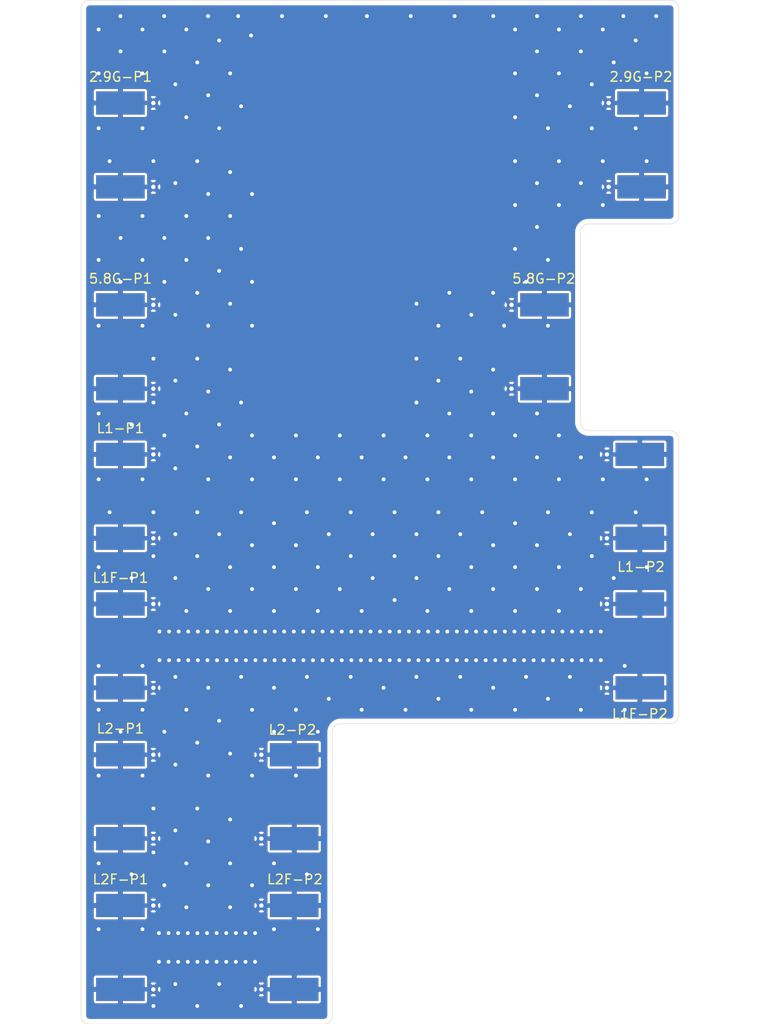
<source format=kicad_pcb>
(kicad_pcb (version 20171130) (host pcbnew "(5.1.4-0-10_14)")
  (layers (0 F.Cu signal) (1 In1.Cu power) (2 In2.Cu power) (31 B.Cu signal) (34 B.Paste user) (35 F.Paste user) (36 B.SilkS user) (37 F.SilkS user) (38 B.Mask user) (39 F.Mask user) (44 Edge.Cuts user))
  (net 0 "")
  (net 1 "Net-(FL1-Pad2)")
  (net 2 "Net-(FL1-Pad1)")
  (net 3 "Net-(FL2-Pad1)")
  (net 4 GND)
  (net 5 "Net-(J3-Pad1)")
  (net 6 "Net-(J10-Pad1)")
  (net 7 "Net-(J11-Pad1)")
  (net 8 "Net-(J12-Pad1)")
  (net 9 "Net-(FL2-Pad2)")
  (module aps_radar_lib:SMA_Molex_73251-1153_EdgeMount_Horizontal (layer F.Cu) (at 69.088 137.16)
    (fp_text reference J6 hide)
    (fp_text value L2F-P1 (at -1.72 -7.11) (layer F.SilkS))
    (pad 2 smd rect (at 1.27 4.38) (size 0.95 0.46) (layers B.Cu) (net 4 GND))
    (pad 2 smd rect (at 1.27 -4.38) (size 0.95 0.46) (layers B.Cu) (net 4 GND))
    (pad 2 smd rect (at 1.27 4.38) (size 0.95 0.46) (layers F.Cu) (net 4 GND))
    (pad 2 smd rect (at 1.27 -4.38) (size 0.95 0.46) (layers F.Cu) (net 4 GND))
    (pad 2 thru_hole circle (at 1.72 4.38) (size 0.97 0.97) (drill 0.46) (layers *.Cu) (net 4 GND))
    (pad 2 thru_hole circle (at 1.72 -4.38) (size 0.97 0.97) (drill 0.46) (layers *.Cu) (net 4 GND))
    (pad 2 smd rect (at -1.72 4.38) (size 5.08 2.42) (layers B.Cu B.Paste B.Mask) (net 4 GND))
    (pad 2 smd rect (at -1.72 -4.38) (size 5.08 2.42) (layers B.Cu B.Paste B.Mask) (net 4 GND))
    (pad 2 smd rect (at -1.72 4.38) (size 5.08 2.42) (layers F.Cu F.Paste F.Mask) (net 4 GND))
    (pad 2 smd rect (at -1.72 -4.38) (size 5.08 2.42) (layers F.Cu F.Paste F.Mask) (net 4 GND))
    (pad 1 smd rect (at -1.72 0) (size 5.08 0.35) (layers F.Cu F.Paste F.Mask) (net 8 "Net-(J12-Pad1)"))
  )
  (module aps_radar_lib:SMA_Molex_73251-1153_EdgeMount_Horizontal (layer F.Cu) (at 83.82 137.16 180)
    (fp_text reference J12 hide)
    (fp_text value L2F-P2 (at -1.778 7.112) (layer F.SilkS))
    (pad 2 smd rect (at 1.27 4.38 180) (size 0.95 0.46) (layers B.Cu) (net 4 GND))
    (pad 2 smd rect (at 1.27 -4.38 180) (size 0.95 0.46) (layers B.Cu) (net 4 GND))
    (pad 2 smd rect (at 1.27 4.38 180) (size 0.95 0.46) (layers F.Cu) (net 4 GND))
    (pad 2 smd rect (at 1.27 -4.38 180) (size 0.95 0.46) (layers F.Cu) (net 4 GND))
    (pad 2 thru_hole circle (at 1.72 4.38 180) (size 0.97 0.97) (drill 0.46) (layers *.Cu) (net 4 GND))
    (pad 2 thru_hole circle (at 1.72 -4.38 180) (size 0.97 0.97) (drill 0.46) (layers *.Cu) (net 4 GND))
    (pad 2 smd rect (at -1.72 4.38 180) (size 5.08 2.42) (layers B.Cu B.Paste B.Mask) (net 4 GND))
    (pad 2 smd rect (at -1.72 -4.38 180) (size 5.08 2.42) (layers B.Cu B.Paste B.Mask) (net 4 GND))
    (pad 2 smd rect (at -1.72 4.38 180) (size 5.08 2.42) (layers F.Cu F.Paste F.Mask) (net 4 GND))
    (pad 2 smd rect (at -1.72 -4.38 180) (size 5.08 2.42) (layers F.Cu F.Paste F.Mask) (net 4 GND))
    (pad 1 smd rect (at -1.72 0 180) (size 5.08 0.35) (layers F.Cu F.Paste F.Mask) (net 8 "Net-(J12-Pad1)"))
  )
  (module aps_radar_lib:SMA_Molex_73251-1153_EdgeMount_Horizontal (layer F.Cu) (at 69.088 53.34)
    (fp_text reference J2 hide)
    (fp_text value 2.9G-P1 (at -1.72 -7.11) (layer F.SilkS))
    (pad 2 smd rect (at 1.27 4.38) (size 0.95 0.46) (layers B.Cu) (net 4 GND))
    (pad 2 smd rect (at 1.27 -4.38) (size 0.95 0.46) (layers B.Cu) (net 4 GND))
    (pad 2 smd rect (at 1.27 4.38) (size 0.95 0.46) (layers F.Cu) (net 4 GND))
    (pad 2 smd rect (at 1.27 -4.38) (size 0.95 0.46) (layers F.Cu) (net 4 GND))
    (pad 2 thru_hole circle (at 1.72 4.38) (size 0.97 0.97) (drill 0.46) (layers *.Cu) (net 4 GND))
    (pad 2 thru_hole circle (at 1.72 -4.38) (size 0.97 0.97) (drill 0.46) (layers *.Cu) (net 4 GND))
    (pad 2 smd rect (at -1.72 4.38) (size 5.08 2.42) (layers B.Cu B.Paste B.Mask) (net 4 GND))
    (pad 2 smd rect (at -1.72 -4.38) (size 5.08 2.42) (layers B.Cu B.Paste B.Mask) (net 4 GND))
    (pad 2 smd rect (at -1.72 4.38) (size 5.08 2.42) (layers F.Cu F.Paste F.Mask) (net 4 GND))
    (pad 2 smd rect (at -1.72 -4.38) (size 5.08 2.42) (layers F.Cu F.Paste F.Mask) (net 4 GND))
    (pad 1 smd rect (at -1.72 0) (size 5.08 0.35) (layers F.Cu F.Paste F.Mask) (net 3 "Net-(FL2-Pad1)"))
  )
  (module aps_radar_lib:SMA_Molex_73251-1153_EdgeMount_Horizontal (layer F.Cu) (at 119.957 105.664 180)
    (fp_text reference J11 hide)
    (fp_text value L1F-P2 (at -1.72 -7.11) (layer F.SilkS))
    (pad 2 smd rect (at 1.27 4.38 180) (size 0.95 0.46) (layers B.Cu) (net 4 GND))
    (pad 2 smd rect (at 1.27 -4.38 180) (size 0.95 0.46) (layers B.Cu) (net 4 GND))
    (pad 2 smd rect (at 1.27 4.38 180) (size 0.95 0.46) (layers F.Cu) (net 4 GND))
    (pad 2 smd rect (at 1.27 -4.38 180) (size 0.95 0.46) (layers F.Cu) (net 4 GND))
    (pad 2 thru_hole circle (at 1.72 4.38 180) (size 0.97 0.97) (drill 0.46) (layers *.Cu) (net 4 GND))
    (pad 2 thru_hole circle (at 1.72 -4.38 180) (size 0.97 0.97) (drill 0.46) (layers *.Cu) (net 4 GND))
    (pad 2 smd rect (at -1.72 4.38 180) (size 5.08 2.42) (layers B.Cu B.Paste B.Mask) (net 4 GND))
    (pad 2 smd rect (at -1.72 -4.38 180) (size 5.08 2.42) (layers B.Cu B.Paste B.Mask) (net 4 GND))
    (pad 2 smd rect (at -1.72 4.38 180) (size 5.08 2.42) (layers F.Cu F.Paste F.Mask) (net 4 GND))
    (pad 2 smd rect (at -1.72 -4.38 180) (size 5.08 2.42) (layers F.Cu F.Paste F.Mask) (net 4 GND))
    (pad 1 smd rect (at -1.72 0 180) (size 5.08 0.35) (layers F.Cu F.Paste F.Mask) (net 7 "Net-(J11-Pad1)"))
  )
  (module aps_radar_lib:SMA_Molex_73251-1153_EdgeMount_Horizontal (layer F.Cu) (at 83.82 121.412 180)
    (fp_text reference J10 hide)
    (fp_text value L2-P2 (at -1.524 6.985) (layer F.SilkS))
    (pad 2 smd rect (at 1.27 4.38 180) (size 0.95 0.46) (layers B.Cu) (net 4 GND))
    (pad 2 smd rect (at 1.27 -4.38 180) (size 0.95 0.46) (layers B.Cu) (net 4 GND))
    (pad 2 smd rect (at 1.27 4.38 180) (size 0.95 0.46) (layers F.Cu) (net 4 GND))
    (pad 2 smd rect (at 1.27 -4.38 180) (size 0.95 0.46) (layers F.Cu) (net 4 GND))
    (pad 2 thru_hole circle (at 1.72 4.38 180) (size 0.97 0.97) (drill 0.46) (layers *.Cu) (net 4 GND))
    (pad 2 thru_hole circle (at 1.72 -4.38 180) (size 0.97 0.97) (drill 0.46) (layers *.Cu) (net 4 GND))
    (pad 2 smd rect (at -1.72 4.38 180) (size 5.08 2.42) (layers B.Cu B.Paste B.Mask) (net 4 GND))
    (pad 2 smd rect (at -1.72 -4.38 180) (size 5.08 2.42) (layers B.Cu B.Paste B.Mask) (net 4 GND))
    (pad 2 smd rect (at -1.72 4.38 180) (size 5.08 2.42) (layers F.Cu F.Paste F.Mask) (net 4 GND))
    (pad 2 smd rect (at -1.72 -4.38 180) (size 5.08 2.42) (layers F.Cu F.Paste F.Mask) (net 4 GND))
    (pad 1 smd rect (at -1.72 0 180) (size 5.08 0.35) (layers F.Cu F.Paste F.Mask) (net 6 "Net-(J10-Pad1)"))
  )
  (module aps_radar_lib:SMA_Molex_73251-1153_EdgeMount_Horizontal (layer F.Cu) (at 119.957 90.043 180)
    (fp_text reference J9 hide)
    (fp_text value L1-P2 (at -1.836 -7.366 180) (layer F.SilkS))
    (pad 2 smd rect (at 1.27 4.38 180) (size 0.95 0.46) (layers B.Cu) (net 4 GND))
    (pad 2 smd rect (at 1.27 -4.38 180) (size 0.95 0.46) (layers B.Cu) (net 4 GND))
    (pad 2 smd rect (at 1.27 4.38 180) (size 0.95 0.46) (layers F.Cu) (net 4 GND))
    (pad 2 smd rect (at 1.27 -4.38 180) (size 0.95 0.46) (layers F.Cu) (net 4 GND))
    (pad 2 thru_hole circle (at 1.72 4.38 180) (size 0.97 0.97) (drill 0.46) (layers *.Cu) (net 4 GND))
    (pad 2 thru_hole circle (at 1.72 -4.38 180) (size 0.97 0.97) (drill 0.46) (layers *.Cu) (net 4 GND))
    (pad 2 smd rect (at -1.72 4.38 180) (size 5.08 2.42) (layers B.Cu B.Paste B.Mask) (net 4 GND))
    (pad 2 smd rect (at -1.72 -4.38 180) (size 5.08 2.42) (layers B.Cu B.Paste B.Mask) (net 4 GND))
    (pad 2 smd rect (at -1.72 4.38 180) (size 5.08 2.42) (layers F.Cu F.Paste F.Mask) (net 4 GND))
    (pad 2 smd rect (at -1.72 -4.38 180) (size 5.08 2.42) (layers F.Cu F.Paste F.Mask) (net 4 GND))
    (pad 1 smd rect (at -1.72 0 180) (size 5.08 0.35) (layers F.Cu F.Paste F.Mask) (net 5 "Net-(J3-Pad1)"))
  )
  (module aps_radar_lib:SMA_Molex_73251-1153_EdgeMount_Horizontal (layer F.Cu) (at 120.142 53.34 180)
    (fp_text reference J8 hide)
    (fp_text value 2.9G-P2 (at -1.651 7.112) (layer F.SilkS))
    (pad 2 smd rect (at 1.27 4.38 180) (size 0.95 0.46) (layers B.Cu) (net 4 GND))
    (pad 2 smd rect (at 1.27 -4.38 180) (size 0.95 0.46) (layers B.Cu) (net 4 GND))
    (pad 2 smd rect (at 1.27 4.38 180) (size 0.95 0.46) (layers F.Cu) (net 4 GND))
    (pad 2 smd rect (at 1.27 -4.38 180) (size 0.95 0.46) (layers F.Cu) (net 4 GND))
    (pad 2 thru_hole circle (at 1.72 4.38 180) (size 0.97 0.97) (drill 0.46) (layers *.Cu) (net 4 GND))
    (pad 2 thru_hole circle (at 1.72 -4.38 180) (size 0.97 0.97) (drill 0.46) (layers *.Cu) (net 4 GND))
    (pad 2 smd rect (at -1.72 4.38 180) (size 5.08 2.42) (layers B.Cu B.Paste B.Mask) (net 4 GND))
    (pad 2 smd rect (at -1.72 -4.38 180) (size 5.08 2.42) (layers B.Cu B.Paste B.Mask) (net 4 GND))
    (pad 2 smd rect (at -1.72 4.38 180) (size 5.08 2.42) (layers F.Cu F.Paste F.Mask) (net 4 GND))
    (pad 2 smd rect (at -1.72 -4.38 180) (size 5.08 2.42) (layers F.Cu F.Paste F.Mask) (net 4 GND))
    (pad 1 smd rect (at -1.72 0 180) (size 5.08 0.35) (layers F.Cu F.Paste F.Mask) (net 9 "Net-(FL2-Pad2)"))
  )
  (module aps_radar_lib:SMA_Molex_73251-1153_EdgeMount_Horizontal (layer F.Cu) (at 109.982 74.422 180)
    (fp_text reference J7 hide)
    (fp_text value 5.8G-P2 (at -1.651 7.112) (layer F.SilkS))
    (pad 2 smd rect (at 1.27 4.38 180) (size 0.95 0.46) (layers B.Cu) (net 4 GND))
    (pad 2 smd rect (at 1.27 -4.38 180) (size 0.95 0.46) (layers B.Cu) (net 4 GND))
    (pad 2 smd rect (at 1.27 4.38 180) (size 0.95 0.46) (layers F.Cu) (net 4 GND))
    (pad 2 smd rect (at 1.27 -4.38 180) (size 0.95 0.46) (layers F.Cu) (net 4 GND))
    (pad 2 thru_hole circle (at 1.72 4.38 180) (size 0.97 0.97) (drill 0.46) (layers *.Cu) (net 4 GND))
    (pad 2 thru_hole circle (at 1.72 -4.38 180) (size 0.97 0.97) (drill 0.46) (layers *.Cu) (net 4 GND))
    (pad 2 smd rect (at -1.72 4.38 180) (size 5.08 2.42) (layers B.Cu B.Paste B.Mask) (net 4 GND))
    (pad 2 smd rect (at -1.72 -4.38 180) (size 5.08 2.42) (layers B.Cu B.Paste B.Mask) (net 4 GND))
    (pad 2 smd rect (at -1.72 4.38 180) (size 5.08 2.42) (layers F.Cu F.Paste F.Mask) (net 4 GND))
    (pad 2 smd rect (at -1.72 -4.38 180) (size 5.08 2.42) (layers F.Cu F.Paste F.Mask) (net 4 GND))
    (pad 1 smd rect (at -1.72 0 180) (size 5.08 0.35) (layers F.Cu F.Paste F.Mask) (net 1 "Net-(FL1-Pad2)"))
  )
  (module aps_radar_lib:SMA_Molex_73251-1153_EdgeMount_Horizontal (layer F.Cu) (at 69.088 105.664)
    (fp_text reference J5 hide)
    (fp_text value L1F-P1 (at -1.72 -7.11) (layer F.SilkS))
    (pad 2 smd rect (at 1.27 4.38) (size 0.95 0.46) (layers B.Cu) (net 4 GND))
    (pad 2 smd rect (at 1.27 -4.38) (size 0.95 0.46) (layers B.Cu) (net 4 GND))
    (pad 2 smd rect (at 1.27 4.38) (size 0.95 0.46) (layers F.Cu) (net 4 GND))
    (pad 2 smd rect (at 1.27 -4.38) (size 0.95 0.46) (layers F.Cu) (net 4 GND))
    (pad 2 thru_hole circle (at 1.72 4.38) (size 0.97 0.97) (drill 0.46) (layers *.Cu) (net 4 GND))
    (pad 2 thru_hole circle (at 1.72 -4.38) (size 0.97 0.97) (drill 0.46) (layers *.Cu) (net 4 GND))
    (pad 2 smd rect (at -1.72 4.38) (size 5.08 2.42) (layers B.Cu B.Paste B.Mask) (net 4 GND))
    (pad 2 smd rect (at -1.72 -4.38) (size 5.08 2.42) (layers B.Cu B.Paste B.Mask) (net 4 GND))
    (pad 2 smd rect (at -1.72 4.38) (size 5.08 2.42) (layers F.Cu F.Paste F.Mask) (net 4 GND))
    (pad 2 smd rect (at -1.72 -4.38) (size 5.08 2.42) (layers F.Cu F.Paste F.Mask) (net 4 GND))
    (pad 1 smd rect (at -1.72 0) (size 5.08 0.35) (layers F.Cu F.Paste F.Mask) (net 7 "Net-(J11-Pad1)"))
  )
  (module aps_radar_lib:SMA_Molex_73251-1153_EdgeMount_Horizontal (layer F.Cu) (at 69.088 121.412)
    (fp_text reference J4 hide)
    (fp_text value L2-P1 (at -1.72 -7.11) (layer F.SilkS))
    (pad 2 smd rect (at 1.27 4.38) (size 0.95 0.46) (layers B.Cu) (net 4 GND))
    (pad 2 smd rect (at 1.27 -4.38) (size 0.95 0.46) (layers B.Cu) (net 4 GND))
    (pad 2 smd rect (at 1.27 4.38) (size 0.95 0.46) (layers F.Cu) (net 4 GND))
    (pad 2 smd rect (at 1.27 -4.38) (size 0.95 0.46) (layers F.Cu) (net 4 GND))
    (pad 2 thru_hole circle (at 1.72 4.38) (size 0.97 0.97) (drill 0.46) (layers *.Cu) (net 4 GND))
    (pad 2 thru_hole circle (at 1.72 -4.38) (size 0.97 0.97) (drill 0.46) (layers *.Cu) (net 4 GND))
    (pad 2 smd rect (at -1.72 4.38) (size 5.08 2.42) (layers B.Cu B.Paste B.Mask) (net 4 GND))
    (pad 2 smd rect (at -1.72 -4.38) (size 5.08 2.42) (layers B.Cu B.Paste B.Mask) (net 4 GND))
    (pad 2 smd rect (at -1.72 4.38) (size 5.08 2.42) (layers F.Cu F.Paste F.Mask) (net 4 GND))
    (pad 2 smd rect (at -1.72 -4.38) (size 5.08 2.42) (layers F.Cu F.Paste F.Mask) (net 4 GND))
    (pad 1 smd rect (at -1.72 0) (size 5.08 0.35) (layers F.Cu F.Paste F.Mask) (net 6 "Net-(J10-Pad1)"))
  )
  (module aps_radar_lib:SMA_Molex_73251-1153_EdgeMount_Horizontal (layer F.Cu) (at 69.088 90.043)
    (fp_text reference J3 hide)
    (fp_text value L1-P1 (at -1.72 -7.11) (layer F.SilkS))
    (pad 2 smd rect (at 1.27 4.38) (size 0.95 0.46) (layers B.Cu) (net 4 GND))
    (pad 2 smd rect (at 1.27 -4.38) (size 0.95 0.46) (layers B.Cu) (net 4 GND))
    (pad 2 smd rect (at 1.27 4.38) (size 0.95 0.46) (layers F.Cu) (net 4 GND))
    (pad 2 smd rect (at 1.27 -4.38) (size 0.95 0.46) (layers F.Cu) (net 4 GND))
    (pad 2 thru_hole circle (at 1.72 4.38) (size 0.97 0.97) (drill 0.46) (layers *.Cu) (net 4 GND))
    (pad 2 thru_hole circle (at 1.72 -4.38) (size 0.97 0.97) (drill 0.46) (layers *.Cu) (net 4 GND))
    (pad 2 smd rect (at -1.72 4.38) (size 5.08 2.42) (layers B.Cu B.Paste B.Mask) (net 4 GND))
    (pad 2 smd rect (at -1.72 -4.38) (size 5.08 2.42) (layers B.Cu B.Paste B.Mask) (net 4 GND))
    (pad 2 smd rect (at -1.72 4.38) (size 5.08 2.42) (layers F.Cu F.Paste F.Mask) (net 4 GND))
    (pad 2 smd rect (at -1.72 -4.38) (size 5.08 2.42) (layers F.Cu F.Paste F.Mask) (net 4 GND))
    (pad 1 smd rect (at -1.72 0) (size 5.08 0.35) (layers F.Cu F.Paste F.Mask) (net 5 "Net-(J3-Pad1)"))
  )
  (module aps_radar_lib:SMA_Molex_73251-1153_EdgeMount_Horizontal (layer F.Cu) (at 69.088 74.422)
    (fp_text reference J1 hide)
    (fp_text value 5.8G-P1 (at -1.72 -7.11) (layer F.SilkS))
    (pad 2 smd rect (at 1.27 4.38) (size 0.95 0.46) (layers B.Cu) (net 4 GND))
    (pad 2 smd rect (at 1.27 -4.38) (size 0.95 0.46) (layers B.Cu) (net 4 GND))
    (pad 2 smd rect (at 1.27 4.38) (size 0.95 0.46) (layers F.Cu) (net 4 GND))
    (pad 2 smd rect (at 1.27 -4.38) (size 0.95 0.46) (layers F.Cu) (net 4 GND))
    (pad 2 thru_hole circle (at 1.72 4.38) (size 0.97 0.97) (drill 0.46) (layers *.Cu) (net 4 GND))
    (pad 2 thru_hole circle (at 1.72 -4.38) (size 0.97 0.97) (drill 0.46) (layers *.Cu) (net 4 GND))
    (pad 2 smd rect (at -1.72 4.38) (size 5.08 2.42) (layers B.Cu B.Paste B.Mask) (net 4 GND))
    (pad 2 smd rect (at -1.72 -4.38) (size 5.08 2.42) (layers B.Cu B.Paste B.Mask) (net 4 GND))
    (pad 2 smd rect (at -1.72 4.38) (size 5.08 2.42) (layers F.Cu F.Paste F.Mask) (net 4 GND))
    (pad 2 smd rect (at -1.72 -4.38) (size 5.08 2.42) (layers F.Cu F.Paste F.Mask) (net 4 GND))
    (pad 1 smd rect (at -1.72 0) (size 5.08 0.35) (layers F.Cu F.Paste F.Mask) (net 2 "Net-(FL1-Pad1)"))
  )
  (module aps_radar_lib:2.9G_ring_resonator_2mm (layer F.Cu) (at 94.615 53.34)
    (fp_text reference FL2 hide)
    (fp_text value 2.9GHz hide)
    (fp_poly (pts (xy 9.793216 -4.05317) (xy 9.794568 -4.050448) (xy 9.797574 -4.043545) (xy 9.802013 -4.033001) (xy 9.807665 -4.019357) (xy 9.814311 -4.003154) (xy 9.821729 -3.984933) (xy 9.829699 -3.965233) (xy 9.838002 -3.944596) (xy 9.846417 -3.923562) (xy 9.854723 -3.902672) (xy 9.860731 -3.88747) (xy 9.943632 -3.670184) (xy 10.021675 -3.451438) (xy 10.094845 -3.231293) (xy 10.163129 -3.009808) (xy 10.226515 -2.787044) (xy 10.284987 -2.563063) (xy 10.338534 -2.337924) (xy 10.387143 -2.111687) (xy 10.430798 -1.884414) (xy 10.469489 -1.656165) (xy 10.5032 -1.427001) (xy 10.53192 -1.196981) (xy 10.555633 -0.966167) (xy 10.574329 -0.734618) (xy 10.582827 -0.60071) (xy 10.584646 -0.567713) (xy 10.586428 -0.533168) (xy 10.588149 -0.497692) (xy 10.589784 -0.461905) (xy 10.59131 -0.426422) (xy 10.592701 -0.391863) (xy 10.593933 -0.358845) (xy 10.594983 -0.327986) (xy 10.595827 -0.299904) (xy 10.596439 -0.275216) (xy 10.596795 -0.25454) (xy 10.59688 -0.24257) (xy 10.597015 -0.227814) (xy 10.597357 -0.213176) (xy 10.597857 -0.200252) (xy 10.598465 -0.190639) (xy 10.598535 -0.189865) (xy 10.600154 -0.17272) (xy 12.14374 -0.17272) (xy 12.14374 0.17526) (xy 10.600154 0.17526) (xy 10.598535 0.192405) (xy 10.597919 0.201565) (xy 10.597405 0.214208) (xy 10.597043 0.228738) (xy 10.596883 0.243558) (xy 10.59688 0.24511) (xy 10.596721 0.262541) (xy 10.596289 0.284426) (xy 10.595608 0.310147) (xy 10.594704 0.339085) (xy 10.593599 0.370624) (xy 10.592318 0.404146) (xy 10.590887 0.439031) (xy 10.589327 0.474664) (xy 10.587665 0.510425) (xy 10.585924 0.545698) (xy 10.584129 0.579864) (xy 10.582827 0.60325) (xy 10.567131 0.83369) (xy 10.546425 1.063663) (xy 10.520733 1.293058) (xy 10.49008 1.521765) (xy 10.454491 1.749675) (xy 10.413991 1.976679) (xy 10.368603 2.202666) (xy 10.318354 2.427526) (xy 10.263268 2.651151) (xy 10.203368 2.873431) (xy 10.138681 3.094255) (xy 10.069231 3.313515) (xy 9.995043 3.5311) (xy 9.916141 3.746901) (xy 9.83255 3.960808) (xy 9.816955 3.99923) (xy 9.810782 4.014356) (xy 9.805223 4.027986) (xy 9.800576 4.039384) (xy 9.797143 4.047816) (xy 9.795222 4.052546) (xy 9.794957 4.053205) (xy 9.791991 4.055969) (xy 9.790793 4.056104) (xy 9.788008 4.055105) (xy 9.780928 4.052313) (xy 9.769948 4.047889) (xy 9.755462 4.041994) (xy 9.737863 4.03479) (xy 9.717546 4.026439) (xy 9.694904 4.017102) (xy 9.670333 4.00694) (xy 9.644225 3.996115) (xy 9.63168 3.990904) (xy 9.605048 3.97983) (xy 9.579819 3.96933) (xy 9.556381 3.959565) (xy 9.535123 3.950698) (xy 9.516431 3.942891) (xy 9.500695 3.936306) (xy 9.488302 3.931104) (xy 9.47964 3.92745) (xy 9.475098 3.925503) (xy 9.474496 3.925224) (xy 9.475156 3.922771) (xy 9.477513 3.916238) (xy 9.481327 3.906242) (xy 9.486359 3.893401) (xy 9.49237 3.87833) (xy 9.499122 3.861648) (xy 9.499174 3.861519) (xy 9.581607 3.652529) (xy 9.659445 3.441448) (xy 9.732653 3.228422) (xy 9.801196 3.013599) (xy 9.86504 2.797127) (xy 9.924148 2.579154) (xy 9.978487 2.359825) (xy 10.028022 2.13929) (xy 10.072716 1.917696) (xy 10.112536 1.695189) (xy 10.147447 1.471919) (xy 10.177412 1.248031) (xy 10.202398 1.023674) (xy 10.220785 0.81915) (xy 10.227443 0.731768) (xy 10.233227 0.647422) (xy 10.238175 0.56518) (xy 10.242322 0.484109) (xy 10.245704 0.403277) (xy 10.248357 0.321752) (xy 10.250317 0.238601) (xy 10.251621 0.152893) (xy 10.252304 0.063696) (xy 10.252433 0.00127) (xy 10.252147 -0.0908) (xy 10.251264 -0.178753) (xy 10.24975 -0.263521) (xy 10.247566 -0.346036) (xy 10.244679 -0.427232) (xy 10.24105 -0.508039) (xy 10.236645 -0.589391) (xy 10.231427 -0.672219) (xy 10.225361 -0.757456) (xy 10.220785 -0.81661) (xy 10.200363 -1.041253) (xy 10.174931 -1.265562) (xy 10.144522 -1.48939) (xy 10.109171 -1.712589) (xy 10.068915 -1.935012) (xy 10.023787 -2.156511) (xy 9.973823 -2.376938) (xy 9.919058 -2.596144) (xy 9.859527 -2.813983) (xy 9.795266 -3.030307) (xy 9.726308 -3.244967) (xy 9.65269 -3.457815) (xy 9.574445 -3.668705) (xy 9.499174 -3.85898) (xy 9.492418 -3.875672) (xy 9.4864 -3.890756) (xy 9.48136 -3.903617) (xy 9.477536 -3.913636) (xy 9.475168 -3.920197) (xy 9.474494 -3.922683) (xy 9.474496 -3.922684) (xy 9.477291 -3.924019) (xy 9.484273 -3.927047) (xy 9.494975 -3.931578) (xy 9.508928 -3.937421) (xy 9.525667 -3.944384) (xy 9.544723 -3.952275) (xy 9.565629 -3.960905) (xy 9.587919 -3.97008) (xy 9.611124 -3.979611) (xy 9.634779 -3.989305) (xy 9.658415 -3.998972) (xy 9.681565 -4.00842) (xy 9.703762 -4.017458) (xy 9.724539 -4.025894) (xy 9.743429 -4.033538) (xy 9.759964 -4.040197) (xy 9.773678 -4.045682) (xy 9.784102 -4.0498) (xy 9.79077 -4.05236) (xy 9.793215 -4.053171) (xy 9.793216 -4.05317)) (layer F.Cu) (width 0.01))
    (fp_poly (pts (xy -9.788266 -4.052373) (xy -9.781628 -4.049825) (xy -9.77123 -4.045718) (xy -9.75754 -4.040243) (xy -9.741024 -4.033592) (xy -9.72215 -4.025955) (xy -9.701386 -4.017524) (xy -9.679197 -4.00849) (xy -9.656052 -3.999044) (xy -9.632418 -3.989378) (xy -9.608762 -3.979683) (xy -9.585552 -3.970151) (xy -9.563253 -3.960972) (xy -9.542335 -3.952338) (xy -9.523263 -3.94444) (xy -9.506505 -3.93747) (xy -9.492529 -3.931618) (xy -9.481802 -3.927076) (xy -9.47479 -3.924036) (xy -9.471961 -3.922688) (xy -9.471957 -3.922684) (xy -9.472617 -3.920232) (xy -9.474974 -3.913699) (xy -9.478789 -3.903703) (xy -9.483822 -3.890862) (xy -9.489834 -3.875792) (xy -9.496587 -3.859111) (xy -9.49664 -3.85898) (xy -9.579166 -3.649791) (xy -9.657069 -3.438563) (xy -9.730319 -3.225429) (xy -9.798884 -3.010525) (xy -9.862734 -2.793983) (xy -9.921837 -2.575938) (xy -9.976163 -2.356524) (xy -10.025681 -2.135874) (xy -10.07036 -1.914122) (xy -10.110168 -1.691403) (xy -10.145075 -1.467851) (xy -10.175051 -1.243598) (xy -10.200063 -1.01878) (xy -10.220082 -0.79353) (xy -10.227275 -0.69469) (xy -10.231909 -0.623568) (xy -10.235941 -0.555374) (xy -10.239398 -0.489236) (xy -10.242308 -0.424278) (xy -10.244701 -0.359626) (xy -10.246604 -0.294406) (xy -10.248046 -0.227744) (xy -10.249056 -0.158765) (xy -10.249661 -0.086595) (xy -10.24989 -0.01036) (xy -10.249894 0.00127) (xy -10.249718 0.078177) (xy -10.24917 0.150891) (xy -10.248222 0.220285) (xy -10.246845 0.287234) (xy -10.245012 0.352611) (xy -10.242693 0.417292) (xy -10.23986 0.48215) (xy -10.236486 0.54806) (xy -10.232541 0.615895) (xy -10.227997 0.686532) (xy -10.227275 0.69723) (xy -10.209455 0.922627) (xy -10.186628 1.147651) (xy -10.158824 1.372167) (xy -10.126075 1.596043) (xy -10.088411 1.819144) (xy -10.045863 2.041336) (xy -9.998463 2.262485) (xy -9.946241 2.482458) (xy -9.889228 2.70112) (xy -9.827455 2.918337) (xy -9.760953 3.133976) (xy -9.689753 3.347902) (xy -9.613886 3.559981) (xy -9.533382 3.770081) (xy -9.49664 3.861519) (xy -9.489883 3.878211) (xy -9.483864 3.893296) (xy -9.478823 3.906156) (xy -9.474998 3.916176) (xy -9.472629 3.922738) (xy -9.471955 3.925225) (xy -9.471957 3.925227) (xy -9.474474 3.926353) (xy -9.481212 3.929212) (xy -9.491703 3.93361) (xy -9.505476 3.939354) (xy -9.522063 3.94625) (xy -9.540996 3.954104) (xy -9.561806 3.962724) (xy -9.584023 3.971916) (xy -9.607179 3.981486) (xy -9.630804 3.991241) (xy -9.654431 4.000987) (xy -9.67759 4.010531) (xy -9.699812 4.019679) (xy -9.720628 4.028238) (xy -9.73957 4.036014) (xy -9.756168 4.042813) (xy -9.769955 4.048443) (xy -9.78046 4.05271) (xy -9.787215 4.05542) (xy -9.789751 4.056379) (xy -9.789753 4.05638) (xy -9.791827 4.054421) (xy -9.792418 4.053205) (xy -9.793716 4.049999) (xy -9.796636 4.042825) (xy -9.800877 4.032418) (xy -9.806139 4.019512) (xy -9.812125 4.004844) (xy -9.814416 3.99923) (xy -9.898601 3.786301) (xy -9.978161 3.571336) (xy -10.053066 3.354474) (xy -10.123283 3.135851) (xy -10.188781 2.915604) (xy -10.249527 2.693872) (xy -10.305489 2.470791) (xy -10.356637 2.2465) (xy -10.402936 2.021135) (xy -10.444357 1.794834) (xy -10.480866 1.567734) (xy -10.512432 1.339974) (xy -10.539023 1.111689) (xy -10.560607 0.883018) (xy -10.571332 0.74295) (xy -10.573974 0.703806) (xy -10.576563 0.662962) (xy -10.579073 0.620963) (xy -10.58148 0.578354) (xy -10.583758 0.535679) (xy -10.585882 0.493483) (xy -10.587826 0.452309) (xy -10.589565 0.412704) (xy -10.591073 0.375211) (xy -10.592326 0.340375) (xy -10.593298 0.308741) (xy -10.593963 0.280853) (xy -10.594296 0.257256) (xy -10.594331 0.248668) (xy -10.594464 0.233753) (xy -10.594818 0.218623) (xy -10.595341 0.205038) (xy -10.595978 0.194757) (xy -10.595983 0.194693) (xy -10.597626 0.17526) (xy -12.1412 0.17526) (xy -12.1412 -0.17272) (xy -10.597626 -0.17272) (xy -10.595983 -0.192154) (xy -10.595346 -0.2024) (xy -10.594822 -0.215966) (xy -10.594466 -0.231091) (xy -10.594331 -0.246014) (xy -10.594331 -0.246129) (xy -10.594186 -0.262381) (xy -10.593772 -0.283093) (xy -10.593116 -0.307652) (xy -10.59224 -0.335444) (xy -10.59117 -0.365859) (xy -10.589929 -0.398283) (xy -10.588543 -0.432105) (xy -10.587034 -0.46671) (xy -10.585428 -0.501488) (xy -10.583748 -0.535826) (xy -10.58202 -0.569111) (xy -10.580268 -0.60071) (xy -10.564377 -0.833243) (xy -10.543481 -1.064944) (xy -10.517589 -1.295769) (xy -10.486712 -1.525673) (xy -10.450858 -1.754612) (xy -10.410038 -1.982541) (xy -10.364262 -2.209415) (xy -10.31354 -2.435189) (xy -10.257881 -2.659818) (xy -10.197295 -2.883258) (xy -10.131792 -3.105464) (xy -10.061382 -3.326391) (xy -9.986074 -3.545994) (xy -9.90588 -3.764229) (xy -9.858192 -3.88747) (xy -9.85011 -3.9079) (xy -9.841756 -3.928877) (xy -9.833349 -3.949862) (xy -9.825109 -3.970314) (xy -9.817257 -3.989692) (xy -9.810013 -4.007455) (xy -9.803598 -4.023063) (xy -9.798231 -4.035975) (xy -9.794132 -4.045651) (xy -9.791523 -4.051551) (xy -9.790677 -4.05317) (xy -9.788266 -4.052373)) (layer F.Cu) (width 0.01))
    (fp_poly (pts (xy 0.048613 -10.122949) (xy 0.091505 -10.122863) (xy 0.13057 -10.122704) (xy 0.166436 -10.122461) (xy 0.199729 -10.122121) (xy 0.231078 -10.121672) (xy 0.261108 -10.121102) (xy 0.290446 -10.120399) (xy 0.31972 -10.11955) (xy 0.349556 -10.118544) (xy 0.380581 -10.117369) (xy 0.413422 -10.116012) (xy 0.448706 -10.114461) (xy 0.45466 -10.114192) (xy 0.680178 -10.10145) (xy 0.905056 -10.083679) (xy 1.129236 -10.06089) (xy 1.352655 -10.033094) (xy 1.575254 -10.0003) (xy 1.796972 -9.962518) (xy 2.017749 -9.919759) (xy 2.237525 -9.872032) (xy 2.45624 -9.819348) (xy 2.673833 -9.761717) (xy 2.8321 -9.716479) (xy 2.983309 -9.67051) (xy 3.136331 -9.621257) (xy 3.289848 -9.569181) (xy 3.442541 -9.514742) (xy 3.593091 -9.458401) (xy 3.740181 -9.400618) (xy 3.76428 -9.390874) (xy 3.973708 -9.303108) (xy 4.180944 -9.210769) (xy 4.385929 -9.113894) (xy 4.588603 -9.012519) (xy 4.788908 -8.906682) (xy 4.986785 -8.796418) (xy 5.182177 -8.681765) (xy 5.375024 -8.56276) (xy 5.565268 -8.439439) (xy 5.75285 -8.311839) (xy 5.937711 -8.179997) (xy 6.119793 -8.043949) (xy 6.299038 -7.903733) (xy 6.475387 -7.759385) (xy 6.64878 -7.610941) (xy 6.76275 -7.509683) (xy 6.854695 -7.425586) (xy 6.948146 -7.337812) (xy 7.042267 -7.247193) (xy 7.136228 -7.154562) (xy 7.229195 -7.06075) (xy 7.320336 -6.966592) (xy 7.408818 -6.87292) (xy 7.493807 -6.780566) (xy 7.512222 -6.76021) (xy 7.662102 -6.590257) (xy 7.808162 -6.417088) (xy 7.950327 -6.240816) (xy 8.088525 -6.061551) (xy 8.222681 -5.879403) (xy 8.352722 -5.694484) (xy 8.478574 -5.506905) (xy 8.600165 -5.316777) (xy 8.717419 -5.12421) (xy 8.830265 -4.929315) (xy 8.938628 -4.732203) (xy 9.042435 -4.532985) (xy 9.141612 -4.331772) (xy 9.187114 -4.23545) (xy 9.28063 -4.02874) (xy 9.36932 -3.820451) (xy 9.453205 -3.610528) (xy 9.532305 -3.398917) (xy 9.606638 -3.185565) (xy 9.676227 -2.970417) (xy 9.74109 -2.753419) (xy 9.758385 -2.6924) (xy 9.815864 -2.477804) (xy 9.868556 -2.261593) (xy 9.916437 -2.043918) (xy 9.959482 -1.824929) (xy 9.997667 -1.604777) (xy 10.030968 -1.383612) (xy 10.059362 -1.161586) (xy 10.082823 -0.938848) (xy 10.101329 -0.71555) (xy 10.114854 -0.491841) (xy 10.116731 -0.45212) (xy 10.118321 -0.416227) (xy 10.119714 -0.382884) (xy 10.120921 -0.351458) (xy 10.121956 -0.321317) (xy 10.12283 -0.291831) (xy 10.123557 -0.262367) (xy 10.124147 -0.232292) (xy 10.124614 -0.200976) (xy 10.124969 -0.167786) (xy 10.125226 -0.13209) (xy 10.125396 -0.093257) (xy 10.125491 -0.050654) (xy 10.125525 -0.00365) (xy 10.125525 0) (xy 10.125501 0.047852) (xy 10.125413 0.091267) (xy 10.125248 0.130888) (xy 10.124992 0.167356) (xy 10.124633 0.201316) (xy 10.124155 0.23341) (xy 10.123547 0.264279) (xy 10.122795 0.294568) (xy 10.121884 0.324918) (xy 10.120802 0.355972) (xy 10.119535 0.388373) (xy 10.118069 0.422764) (xy 10.116391 0.459787) (xy 10.115441 0.48006) (xy 10.102438 0.702117) (xy 10.084438 0.924197) (xy 10.061476 1.146038) (xy 10.033588 1.367375) (xy 10.00081 1.587948) (xy 9.963179 1.807494) (xy 9.92073 2.02575) (xy 9.87409 2.239884) (xy 9.821254 2.458728) (xy 9.763571 2.676104) (xy 9.701077 2.891942) (xy 9.63381 3.106174) (xy 9.561807 3.318729) (xy 9.485104 3.529537) (xy 9.403738 3.738529) (xy 9.317746 3.945635) (xy 9.227164 4.150785) (xy 9.132031 4.353911) (xy 9.032381 4.554941) (xy 8.928253 4.753807) (xy 8.819683 4.950438) (xy 8.706707 5.144766) (xy 8.589363 5.336719) (xy 8.467688 5.52623) (xy 8.341718 5.713227) (xy 8.21149 5.897642) (xy 8.077041 6.079404) (xy 7.938408 6.258444) (xy 7.795627 6.434692) (xy 7.648736 6.608079) (xy 7.497771 6.778535) (xy 7.446137 6.83514) (xy 7.38103 6.905168) (xy 7.312565 6.977261) (xy 7.241561 7.050598) (xy 7.16884 7.124357) (xy 7.095224 7.197717) (xy 7.021534 7.269858) (xy 6.94859 7.339957) (xy 6.877215 7.407194) (xy 6.83514 7.446137) (xy 6.665138 7.598945) (xy 6.492091 7.747729) (xy 6.316057 7.892449) (xy 6.1371 8.033065) (xy 5.95528 8.169535) (xy 5.770659 8.301819) (xy 5.583299 8.429877) (xy 5.393259 8.553668) (xy 5.200603 8.673152) (xy 5.005391 8.788287) (xy 4.807685 8.899034) (xy 4.607546 9.005351) (xy 4.405035 9.107199) (xy 4.200215 9.204536) (xy 4.11734 9.24234) (xy 3.910692 9.33271) (xy 3.702307 9.418321) (xy 3.492262 9.499154) (xy 3.280631 9.575189) (xy 3.067491 9.646407) (xy 2.852918 9.712788) (xy 2.636988 9.774312) (xy 2.419776 9.83096) (xy 2.201359 9.882712) (xy 1.981811 9.929548) (xy 1.76121 9.971449) (xy 1.539631 10.008395) (xy 1.31715 10.040367) (xy 1.093842 10.067344) (xy 0.869785 10.089308) (xy 0.83185 10.092523) (xy 0.766611 10.097733) (xy 0.702522 10.102441) (xy 0.638637 10.106703) (xy 0.574006 10.110574) (xy 0.507683 10.114109) (xy 0.43872 10.117362) (xy 0.36617 10.120389) (xy 0.32258 10.122044) (xy 0.309464 10.122436) (xy 0.291832 10.122824) (xy 0.270213 10.123206) (xy 0.245138 10.123577) (xy 0.217137 10.123934) (xy 0.186738 10.124274) (xy 0.154473 10.124592) (xy 0.12087 10.124886) (xy 0.086459 10.125152) (xy 0.051771 10.125386) (xy 0.017335 10.125585) (xy -0.016319 10.125745) (xy -0.048662 10.125863) (xy -0.079163 10.125935) (xy -0.107292 10.125958) (xy -0.132521 10.125927) (xy -0.154318 10.12584) (xy -0.172155 10.125693) (xy -0.185501 10.125482) (xy -0.18669 10.125454) (xy -0.274962 10.123075) (xy -0.359013 10.120308) (xy -0.439695 10.117108) (xy -0.517854 10.113433) (xy -0.59434 10.109238) (xy -0.670003 10.104481) (xy -0.745689 10.099118) (xy -0.82225 10.093106) (xy -0.82931 10.092523) (xy -1.053498 10.071408) (xy -1.276945 10.045276) (xy -1.499576 10.014147) (xy -1.721317 9.97804) (xy -1.942091 9.936974) (xy -2.161823 9.890971) (xy -2.380437 9.840048) (xy -2.597859 9.784225) (xy -2.814011 9.723523) (xy -3.02882 9.65796) (xy -3.242209 9.587556) (xy -3.454102 9.51233) (xy -3.664425 9.432303) (xy -3.873102 9.347494) (xy -4.080057 9.257922) (xy -4.1148 9.24234) (xy -4.32054 9.146821) (xy -4.523992 9.046777) (xy -4.725096 8.942247) (xy -4.92379 8.833273) (xy -5.120013 8.719893) (xy -5.313704 8.602149) (xy -5.504802 8.480082) (xy -5.693247 8.353731) (xy -5.878976 8.223137) (xy -6.061929 8.08834) (xy -6.242045 7.949381) (xy -6.419262 7.806299) (xy -6.59352 7.659136) (xy -6.764757 7.507932) (xy -6.8326 7.446137) (xy -6.902629 7.38103) (xy -6.974722 7.312565) (xy -7.048059 7.241561) (xy -7.121818 7.16884) (xy -7.195178 7.095224) (xy -7.267319 7.021534) (xy -7.337418 6.94859) (xy -7.404655 6.877215) (xy -7.443598 6.83514) (xy -7.596388 6.665161) (xy -7.745135 6.492164) (xy -7.889801 6.31621) (xy -8.030347 6.137359) (xy -8.166735 5.955673) (xy -8.298925 5.771212) (xy -8.426879 5.584038) (xy -8.550558 5.394211) (xy -8.669924 5.201793) (xy -8.784938 5.006845) (xy -8.895561 4.809427) (xy -9.001754 4.6096) (xy -9.10348 4.407426) (xy -9.200698 4.202966) (xy -9.293372 3.99628) (xy -9.381461 3.787429) (xy -9.390888 3.76428) (xy -9.456779 3.597375) (xy -9.52036 3.42723) (xy -9.581287 3.254866) (xy -9.639219 3.0813) (xy -9.693814 2.907553) (xy -9.744729 2.734645) (xy -9.783725 2.59334) (xy -9.839048 2.376824) (xy -9.889565 2.159117) (xy -9.935228 1.940464) (xy -9.975991 1.72111) (xy -10.011808 1.501302) (xy -10.042633 1.281285) (xy -10.06329 1.10871) (xy -10.082563 0.917552) (xy -10.098281 0.724806) (xy -10.110276 0.532584) (xy -10.112902 0.48006) (xy -10.114696 0.441416) (xy -10.11627 0.405768) (xy -10.117639 0.372475) (xy -10.118816 0.340893) (xy -10.119814 0.310379) (xy -10.120647 0.280291) (xy -10.121328 0.249986) (xy -10.121871 0.218822) (xy -10.122289 0.186156) (xy -10.122597 0.151345) (xy -10.122807 0.113746) (xy -10.122933 0.072718) (xy -10.122988 0.027616) (xy -10.122992 0.00127) (xy -9.777283 0.00127) (xy -9.777177 0.064021) (xy -9.776843 0.122545) (xy -9.776259 0.177691) (xy -9.775401 0.230306) (xy -9.774247 0.28124) (xy -9.772774 0.33134) (xy -9.770959 0.381456) (xy -9.76878 0.432437) (xy -9.766214 0.485129) (xy -9.763237 0.540383) (xy -9.76241 0.55499) (xy -9.74721 0.776517) (xy -9.726997 0.997247) (xy -9.701786 1.217128) (xy -9.671588 1.436106) (xy -9.636417 1.65413) (xy -9.596285 1.871145) (xy -9.551206 2.087099) (xy -9.501193 2.30194) (xy -9.446258 2.515614) (xy -9.386414 2.728069) (xy -9.321675 2.939252) (xy -9.252052 3.14911) (xy -9.177561 3.357591) (xy -9.098212 3.564641) (xy -9.01402 3.770207) (xy -8.924997 3.974238) (xy -8.921176 3.98272) (xy -8.900676 4.027686) (xy -8.878265 4.075955) (xy -8.854339 4.126717) (xy -8.829294 4.179164) (xy -8.803524 4.232485) (xy -8.777425 4.285873) (xy -8.751392 4.338517) (xy -8.72582 4.389609) (xy -8.701105 4.43834) (xy -8.677642 4.483901) (xy -8.658766 4.51993) (xy -8.551148 4.718043) (xy -8.439333 4.913298) (xy -8.32335 5.105661) (xy -8.203225 5.295095) (xy -8.078987 5.481566) (xy -7.950664 5.665037) (xy -7.818282 5.845475) (xy -7.681869 6.022843) (xy -7.541453 6.197106) (xy -7.397061 6.368228) (xy -7.248721 6.536176) (xy -7.096461 6.700913) (xy -6.940308 6.862403) (xy -6.780289 7.020613) (xy -6.616433 7.175505) (xy -6.506174 7.275923) (xy -6.337887 7.423527) (xy -6.166429 7.567168) (xy -5.991838 7.706818) (xy -5.814151 7.842451) (xy -5.633409 7.974039) (xy -5.449649 8.101556) (xy -5.262911 8.224975) (xy -5.073232 8.34427) (xy -4.880651 8.459412) (xy -4.685207 8.570376) (xy -4.50723 8.666471) (xy -4.481453 8.679937) (xy -4.451918 8.695158) (xy -4.419387 8.711757) (xy -4.384617 8.729355) (xy -4.348369 8.747575) (xy -4.3114 8.766038) (xy -4.274471 8.784366) (xy -4.23834 8.802181) (xy -4.203767 8.819105) (xy -4.17151 8.834759) (xy -4.142329 8.848767) (xy -4.11988 8.859392) (xy -3.916787 8.951959) (xy -3.712613 9.039573) (xy -3.507277 9.122262) (xy -3.300699 9.200053) (xy -3.092799 9.272975) (xy -2.883497 9.341056) (xy -2.672711 9.404322) (xy -2.460362 9.462803) (xy -2.246369 9.516524) (xy -2.150916 9.538834) (xy -1.936438 9.585232) (xy -1.720646 9.626738) (xy -1.503639 9.663342) (xy -1.285519 9.69503) (xy -1.066387 9.721792) (xy -0.846342 9.743614) (xy -0.625487 9.760484) (xy -0.403922 9.772392) (xy -0.181747 9.779323) (xy -0.14351 9.780012) (xy -0.125227 9.780223) (xy -0.102562 9.780346) (xy -0.076177 9.780388) (xy -0.046734 9.780354) (xy -0.014895 9.78025) (xy 0.018679 9.780081) (xy 0.053326 9.779852) (xy 0.088384 9.77957) (xy 0.123192 9.779238) (xy 0.157089 9.778864) (xy 0.189412 9.778452) (xy 0.2195 9.778009) (xy 0.246691 9.777538) (xy 0.270324 9.777047) (xy 0.289738 9.776539) (xy 0.29464 9.776385) (xy 0.355906 9.774236) (xy 0.413169 9.771968) (xy 0.467506 9.769534) (xy 0.519993 9.766887) (xy 0.55499 9.764952) (xy 0.776379 9.74975) (xy 0.996945 9.729544) (xy 1.216629 9.704353) (xy 1.43537 9.674194) (xy 1.653108 9.639087) (xy 1.869783 9.599051) (xy 2.085335 9.554102) (xy 2.299703 9.504261) (xy 2.512828 9.449546) (xy 2.72465 9.389974) (xy 2.935108 9.325566) (xy 3.144142 9.256338) (xy 3.351692 9.18231) (xy 3.557697 9.1035) (xy 3.762099 9.019927) (xy 3.964837 8.931609) (xy 4.165849 8.838564) (xy 4.365078 8.740812) (xy 4.562461 8.638371) (xy 4.75794 8.531258) (xy 4.951454 8.419493) (xy 4.978582 8.403359) (xy 5.167572 8.2876) (xy 5.354057 8.167447) (xy 5.537944 8.042976) (xy 5.719141 7.914265) (xy 5.897555 7.781388) (xy 6.073092 7.644424) (xy 6.245659 7.503448) (xy 6.415165 7.358538) (xy 6.581515 7.20977) (xy 6.744617 7.05722) (xy 6.904378 6.900965) (xy 7.060706 6.741083) (xy 7.213506 6.577648) (xy 7.274765 6.51002) (xy 7.422357 6.341785) (xy 7.565968 6.170417) (xy 7.705553 5.995987) (xy 7.841067 5.818566) (xy 7.972465 5.638226) (xy 8.099702 5.455038) (xy 8.222734 5.269073) (xy 8.341514 5.080401) (xy 8.456 4.889095) (xy 8.566144 4.695225) (xy 8.671903 4.498863) (xy 8.773232 4.30008) (xy 8.870085 4.098946) (xy 8.962417 3.895534) (xy 9.040048 3.714334) (xy 9.105445 3.553002) (xy 9.168728 3.388125) (xy 9.229454 3.220955) (xy 9.287179 3.052745) (xy 9.341461 2.884747) (xy 9.387511 2.73304) (xy 9.447805 2.519018) (xy 9.50308 2.304218) (xy 9.553337 2.088624) (xy 9.59858 1.87222) (xy 9.638812 1.65499) (xy 9.674035 1.436918) (xy 9.704253 1.217988) (xy 9.729467 0.998184) (xy 9.749681 0.777489) (xy 9.764897 0.555888) (xy 9.764949 0.55499) (xy 9.768025 0.499098) (xy 9.770687 0.44597) (xy 9.772958 0.394759) (xy 9.774861 0.344622) (xy 9.776417 0.294712) (xy 9.777649 0.244184) (xy 9.778581 0.192193) (xy 9.779235 0.137895) (xy 9.779633 0.080444) (xy 9.779799 0.018994) (xy 9.779807 0.00127) (xy 9.779701 -0.061429) (xy 9.779369 -0.119896) (xy 9.778788 -0.174978) (xy 9.777935 -0.227519) (xy 9.776787 -0.278365) (xy 9.775322 -0.328361) (xy 9.773518 -0.378352) (xy 9.771351 -0.429183) (xy 9.768798 -0.481699) (xy 9.765838 -0.536746) (xy 9.764949 -0.55245) (xy 9.749762 -0.773768) (xy 9.72957 -0.994272) (xy 9.704392 -1.2139) (xy 9.674246 -1.432593) (xy 9.639151 -1.650289) (xy 9.599126 -1.866929) (xy 9.554189 -2.08245) (xy 9.504359 -2.296793) (xy 9.449655 -2.509897) (xy 9.390095 -2.721701) (xy 9.325699 -2.932144) (xy 9.256484 -3.141165) (xy 9.182469 -3.348704) (xy 9.103674 -3.554701) (xy 9.020117 -3.759093) (xy 8.931816 -3.961822) (xy 8.83879 -4.162825) (xy 8.741059 -4.362042) (xy 8.63864 -4.559413) (xy 8.531552 -4.754877) (xy 8.419815 -4.948373) (xy 8.403359 -4.976043) (xy 8.287505 -5.165191) (xy 8.167272 -5.351801) (xy 8.042732 -5.535787) (xy 7.913956 -5.717064) (xy 7.781014 -5.895544) (xy 7.643978 -6.071143) (xy 7.502919 -6.243774) (xy 7.357907 -6.41335) (xy 7.209013 -6.579786) (xy 7.056309 -6.742996) (xy 6.899866 -6.902894) (xy 6.739754 -7.059393) (xy 6.576044 -7.212408) (xy 6.51002 -7.272215) (xy 6.342087 -7.419566) (xy 6.170878 -7.563046) (xy 5.99645 -7.702613) (xy 5.818862 -7.838225) (xy 5.638172 -7.969844) (xy 5.45444 -8.097427) (xy 5.267723 -8.220933) (xy 5.07808 -8.340323) (xy 4.88557 -8.455555) (xy 4.690252 -8.566589) (xy 4.51993 -8.658766) (xy 4.477743 -8.680837) (xy 4.431689 -8.7045) (xy 4.382579 -8.729359) (xy 4.331221 -8.755019) (xy 4.278423 -8.781085) (xy 4.224996 -8.807161) (xy 4.171749 -8.832853) (xy 4.119489 -8.857766) (xy 4.069027 -8.881503) (xy 4.021172 -8.90367) (xy 3.98272 -8.921176) (xy 3.779241 -9.010185) (xy 3.574132 -9.094414) (xy 3.367464 -9.173845) (xy 3.159312 -9.248459) (xy 2.949746 -9.318238) (xy 2.738842 -9.383162) (xy 2.52667 -9.443212) (xy 2.313305 -9.498369) (xy 2.09882 -9.548615) (xy 1.883287 -9.59393) (xy 1.666779 -9.634296) (xy 1.449369 -9.669694) (xy 1.23113 -9.700104) (xy 1.012136 -9.725509) (xy 0.80899 -9.744531) (xy 0.721947 -9.751441) (xy 0.63813 -9.757438) (xy 0.556584 -9.762563) (xy 0.476352 -9.766853) (xy 0.39648 -9.770348) (xy 0.316011 -9.773086) (xy 0.23399 -9.775106) (xy 0.149462 -9.776446) (xy 0.06147 -9.777146) (xy 0.00127 -9.777276) (xy -0.061478 -9.777173) (xy -0.12 -9.776841) (xy -0.175146 -9.776258) (xy -0.227767 -9.775401) (xy -0.278711 -9.774248) (xy -0.328829 -9.772774) (xy -0.378971 -9.770958) (xy -0.429987 -9.768777) (xy -0.482727 -9.766207) (xy -0.538041 -9.763226) (xy -0.55245 -9.76241) (xy -0.773978 -9.74721) (xy -0.994708 -9.726997) (xy -1.214589 -9.701786) (xy -1.433567 -9.671588) (xy -1.651591 -9.636417) (xy -1.868606 -9.596285) (xy -2.08456 -9.551206) (xy -2.299401 -9.501193) (xy -2.513075 -9.446258) (xy -2.72553 -9.386414) (xy -2.936713 -9.321675) (xy -3.146571 -9.252052) (xy -3.355052 -9.177561) (xy -3.562102 -9.098212) (xy -3.767668 -9.01402) (xy -3.971699 -8.924997) (xy -3.98018 -8.921176) (xy -4.025147 -8.900676) (xy -4.073416 -8.878265) (xy -4.124178 -8.854339) (xy -4.176625 -8.829294) (xy -4.229946 -8.803524) (xy -4.283334 -8.777425) (xy -4.335978 -8.751392) (xy -4.38707 -8.72582) (xy -4.435801 -8.701105) (xy -4.481362 -8.677642) (xy -4.51739 -8.658766) (xy -4.715449 -8.551175) (xy -4.910677 -8.439368) (xy -5.103038 -8.323376) (xy -5.292494 -8.203228) (xy -5.479007 -8.078952) (xy -5.662538 -7.950578) (xy -5.84305 -7.818135) (xy -6.020505 -7.681652) (xy -6.194865 -7.541159) (xy -6.366093 -7.396684) (xy -6.534149 -7.248258) (xy -6.698997 -7.095908) (xy -6.860598 -6.939665) (xy -7.018915 -6.779558) (xy -7.173909 -6.615615) (xy -7.1858 -6.60273) (xy -7.335103 -6.436918) (xy -7.480666 -6.267688) (xy -7.622418 -6.095139) (xy -7.760288 -5.91937) (xy -7.894203 -5.740476) (xy -8.024093 -5.558557) (xy -8.149885 -5.37371) (xy -8.271509 -5.186033) (xy -8.388893 -4.995623) (xy -8.498348 -4.80891) (xy -8.59496 -4.635739) (xy -8.688664 -4.459423) (xy -8.778991 -4.280898) (xy -8.86547 -4.101103) (xy -8.947632 -3.920976) (xy -8.980321 -3.846415) (xy -9.066208 -3.64181) (xy -9.1473 -3.435612) (xy -9.223578 -3.227899) (xy -9.295024 -3.018744) (xy -9.361619 -2.808223) (xy -9.423343 -2.596411) (xy -9.480178 -2.383382) (xy -9.532105 -2.169213) (xy -9.579106 -1.953977) (xy -9.62116 -1.737749) (xy -9.658251 -1.520605) (xy -9.690358 -1.30262) (xy -9.717463 -1.083869) (xy -9.739546 -0.864426) (xy -9.744531 -0.80645) (xy -9.75148 -0.718891) (xy -9.757506 -0.634574) (xy -9.762651 -0.552536) (xy -9.766952 -0.471813) (xy -9.770449 -0.391442) (xy -9.773181 -0.31046) (xy -9.775186 -0.227902) (xy -9.776505 -0.142806) (xy -9.777176 -0.054208) (xy -9.777283 0.00127) (xy -10.122992 0.00127) (xy -10.122993 0) (xy -10.122961 -0.047441) (xy -10.122867 -0.090433) (xy -10.122699 -0.12961) (xy -10.122446 -0.165603) (xy -10.122094 -0.199046) (xy -10.121631 -0.230569) (xy -10.121046 -0.260806) (xy -10.120325 -0.290387) (xy -10.119456 -0.319947) (xy -10.118428 -0.350115) (xy -10.117228 -0.381526) (xy -10.115843 -0.41481) (xy -10.114261 -0.4506) (xy -10.114192 -0.45212) (xy -10.101446 -0.677706) (xy -10.083676 -0.902576) (xy -10.060896 -1.126672) (xy -10.033119 -1.349939) (xy -10.000359 -1.572319) (xy -9.96263 -1.793757) (xy -9.919944 -2.014195) (xy -9.872316 -2.233577) (xy -9.819759 -2.451846) (xy -9.762285 -2.668946) (xy -9.69991 -2.88482) (xy -9.632646 -3.099411) (xy -9.560506 -3.312663) (xy -9.483504 -3.52452) (xy -9.401655 -3.734924) (xy -9.31497 -3.943819) (xy -9.24618 -4.10083) (xy -9.184979 -4.234548) (xy -9.120574 -4.369857) (xy -9.053737 -4.505186) (xy -8.985243 -4.638965) (xy -8.928605 -4.74599) (xy -8.818686 -4.945206) (xy -8.70438 -5.141874) (xy -8.58573 -5.335932) (xy -8.462782 -5.527319) (xy -8.335577 -5.715972) (xy -8.204161 -5.90183) (xy -8.068576 -6.08483) (xy -7.928868 -6.26491) (xy -7.785078 -6.442008) (xy -7.637252 -6.616062) (xy -7.509683 -6.76021) (xy -7.425586 -6.852156) (xy -7.337812 -6.945607) (xy -7.247193 -7.039728) (xy -7.154562 -7.133689) (xy -7.06075 -7.226656) (xy -6.966592 -7.317797) (xy -6.87292 -7.406279) (xy -6.780566 -7.491268) (xy -6.76021 -7.509683) (xy -6.589068 -7.660617) (xy -6.414905 -7.807516) (xy -6.237788 -7.950336) (xy -6.057785 -8.089036) (xy -5.874962 -8.223574) (xy -5.689388 -8.353908) (xy -5.50113 -8.479996) (xy -5.310254 -8.601796) (xy -5.116828 -8.719266) (xy -4.92092 -8.832363) (xy -4.722596 -8.941047) (xy -4.521924 -9.045275) (xy -4.318971 -9.145004) (xy -4.113804 -9.240194) (xy -3.906491 -9.330801) (xy -3.71856 -9.408224) (xy -3.579067 -9.462754) (xy -3.436097 -9.516121) (xy -3.291021 -9.567848) (xy -3.145211 -9.617459) (xy -3.00004 -9.664477) (xy -2.856878 -9.708427) (xy -2.83718 -9.714277) (xy -2.621075 -9.775534) (xy -2.403653 -9.831895) (xy -2.185003 -9.883345) (xy -1.965216 -9.929868) (xy -1.744383 -9.97145) (xy -1.522594 -10.008075) (xy -1.29994 -10.039728) (xy -1.07651 -10.066394) (xy -0.852396 -10.088058) (xy -0.627687 -10.104704) (xy -0.45212 -10.114192) (xy -0.416384 -10.115776) (xy -0.383192 -10.117163) (xy -0.351917 -10.118367) (xy -0.321932 -10.119399) (xy -0.29261 -10.120272) (xy -0.263324 -10.120998) (xy -0.233448 -10.121588) (xy -0.202354 -10.122056) (xy -0.169416 -10.122413) (xy -0.134007 -10.122671) (xy -0.0955 -10.122842) (xy -0.053267 -10.12294) (xy -0.006683 -10.122975) (xy 0.00127 -10.122975) (xy 0.048613 -10.122949)) (layer F.Cu) (width 0.01))
    (pad 2 smd rect (at 11.98 0) (size 0.346 0.346) (layers F.Cu F.Paste F.Mask) (net 9 "Net-(FL2-Pad2)"))
    (pad 1 smd rect (at -11.98 0) (size 0.346 0.346) (layers F.Cu F.Paste F.Mask) (net 3 "Net-(FL2-Pad1)"))
  )
  (module aps_radar_lib:5.8G_ring_resonator_2mm (layer F.Cu) (at 89.535 74.422)
    (fp_text reference FL1 hide)
    (fp_text value 5.8GHz hide)
    (fp_poly (pts (xy 5.219283 -2.153388) (xy 5.222929 -2.145308) (xy 5.227955 -2.133382) (xy 5.234183 -2.118072) (xy 5.241435 -2.099843) (xy 5.249535 -2.079159) (xy 5.258304 -2.056483) (xy 5.267564 -2.032279) (xy 5.277138 -2.007011) (xy 5.286848 -1.981142) (xy 5.296516 -1.955137) (xy 5.305965 -1.929459) (xy 5.315017 -1.904572) (xy 5.323495 -1.88094) (xy 5.328908 -1.86563) (xy 5.381463 -1.708423) (xy 5.429435 -1.549249) (xy 5.472765 -1.388397) (xy 5.511395 -1.22615) (xy 5.545266 -1.062797) (xy 5.574321 -0.898622) (xy 5.598502 -0.733912) (xy 5.617749 -0.568952) (xy 5.632006 -0.40403) (xy 5.634921 -0.36068) (xy 5.636087 -0.34161) (xy 5.637293 -0.320786) (xy 5.638501 -0.298962) (xy 5.639673 -0.276891) (xy 5.640772 -0.255322) (xy 5.641761 -0.23501) (xy 5.642602 -0.216705) (xy 5.643258 -0.20116) (xy 5.643691 -0.189127) (xy 5.643864 -0.181358) (xy 5.643865 -0.180975) (xy 5.64388 -0.17272) (xy 7.19074 -0.17272) (xy 7.19074 0.17526) (xy 5.64388 0.17526) (xy 5.643865 0.183515) (xy 5.643713 0.190941) (xy 5.643298 0.202686) (xy 5.642657 0.217999) (xy 5.641828 0.236127) (xy 5.640849 0.256317) (xy 5.639756 0.277819) (xy 5.638588 0.299879) (xy 5.637382 0.321747) (xy 5.636175 0.342669) (xy 5.635004 0.361895) (xy 5.634921 0.36322) (xy 5.621962 0.528395) (xy 5.603986 0.693632) (xy 5.581049 0.858666) (xy 5.553203 1.023233) (xy 5.520502 1.18707) (xy 5.482999 1.349913) (xy 5.440749 1.511498) (xy 5.393804 1.671561) (xy 5.342219 1.829839) (xy 5.32893 1.86817) (xy 5.320007 1.893356) (xy 5.310559 1.919575) (xy 5.300752 1.946398) (xy 5.29075 1.973401) (xy 5.280719 2.000158) (xy 5.270825 2.026241) (xy 5.261233 2.051226) (xy 5.252107 2.074685) (xy 5.243614 2.096194) (xy 5.235919 2.115326) (xy 5.229186 2.131654) (xy 5.223582 2.144754) (xy 5.219272 2.154198) (xy 5.21642 2.159561) (xy 5.215444 2.160652) (xy 5.212799 2.15979) (xy 5.205859 2.157131) (xy 5.195017 2.152835) (xy 5.180666 2.147062) (xy 5.163198 2.139972) (xy 5.143008 2.131725) (xy 5.120489 2.12248) (xy 5.096032 2.112397) (xy 5.070032 2.101636) (xy 5.058459 2.096833) (xy 5.031867 2.085776) (xy 5.006626 2.075256) (xy 4.983133 2.065439) (xy 4.961784 2.056493) (xy 4.942978 2.048585) (xy 4.92711 2.041882) (xy 4.914579 2.036551) (xy 4.905781 2.032759) (xy 4.901114 2.030674) (xy 4.900482 2.030347) (xy 4.899956 2.028253) (xy 4.900874 2.023386) (xy 4.90337 2.01535) (xy 4.907576 2.003746) (xy 4.913625 1.988175) (xy 4.918967 1.97485) (xy 4.976746 1.825234) (xy 5.029843 1.673757) (xy 5.078238 1.520573) (xy 5.121913 1.365835) (xy 5.160848 1.2097) (xy 5.195023 1.052321) (xy 5.22442 0.893853) (xy 5.249018 0.734451) (xy 5.268799 0.57427) (xy 5.283743 0.413463) (xy 5.293831 0.252187) (xy 5.299044 0.090594) (xy 5.299361 -0.071159) (xy 5.294764 -0.232919) (xy 5.285234 -0.394531) (xy 5.27075 -0.555839) (xy 5.253748 -0.6985) (xy 5.230079 -0.857639) (xy 5.201543 -1.016187) (xy 5.168215 -1.173856) (xy 5.130172 -1.330358) (xy 5.087488 -1.485406) (xy 5.040239 -1.63871) (xy 4.988502 -1.789983) (xy 4.932351 -1.938937) (xy 4.919033 -1.97231) (xy 4.912932 -1.987691) (xy 4.907653 -2.001482) (xy 4.903442 -2.012997) (xy 4.900549 -2.021547) (xy 4.899219 -2.026447) (xy 4.899228 -2.027323) (xy 4.902097 -2.028834) (xy 4.909149 -2.032018) (xy 4.919915 -2.036681) (xy 4.933926 -2.042634) (xy 4.950714 -2.049686) (xy 4.96981 -2.057643) (xy 4.990746 -2.066317) (xy 5.013054 -2.075514) (xy 5.036265 -2.085044) (xy 5.05991 -2.094716) (xy 5.083521 -2.104338) (xy 5.10663 -2.113719) (xy 5.128768 -2.122668) (xy 5.149467 -2.130993) (xy 5.168258 -2.138504) (xy 5.184673 -2.145008) (xy 5.198243 -2.150315) (xy 5.2085 -2.154233) (xy 5.214975 -2.156571) (xy 5.217196 -2.157158) (xy 5.219283 -2.153388)) (layer F.Cu) (width 0))
    (fp_poly (pts (xy -5.214729 -2.156479) (xy -5.20801 -2.15404) (xy -5.197536 -2.150033) (xy -5.183778 -2.144648) (xy -5.167204 -2.138078) (xy -5.148282 -2.130513) (xy -5.12748 -2.122145) (xy -5.105267 -2.113165) (xy -5.082112 -2.103764) (xy -5.058483 -2.094133) (xy -5.034849 -2.084464) (xy -5.011678 -2.074949) (xy -4.989438 -2.065778) (xy -4.968599 -2.057142) (xy -4.949628 -2.049233) (xy -4.932994 -2.042243) (xy -4.919166 -2.036362) (xy -4.908611 -2.031782) (xy -4.9018 -2.028694) (xy -4.899229 -2.027323) (xy -4.899649 -2.02459) (xy -4.901761 -2.017849) (xy -4.905319 -2.007788) (xy -4.910074 -1.995093) (xy -4.915779 -1.980451) (xy -4.919034 -1.97231) (xy -4.977187 -1.821309) (xy -5.030578 -1.668633) (xy -5.079192 -1.514416) (xy -5.123014 -1.358794) (xy -5.162028 -1.201901) (xy -5.19622 -1.043871) (xy -5.225574 -0.88484) (xy -5.250075 -0.724941) (xy -5.269709 -0.564311) (xy -5.284459 -0.403082) (xy -5.29431 -0.241391) (xy -5.299249 -0.079371) (xy -5.299258 0.082843) (xy -5.294324 0.245116) (xy -5.284431 0.407313) (xy -5.269563 0.5693) (xy -5.249707 0.730942) (xy -5.234737 0.83185) (xy -5.207723 0.987176) (xy -5.175909 1.142253) (xy -5.139416 1.29664) (xy -5.098367 1.449897) (xy -5.052883 1.601584) (xy -5.003086 1.751259) (xy -4.949098 1.898482) (xy -4.919034 1.97485) (xy -4.912933 1.990229) (xy -4.907654 2.004019) (xy -4.903444 2.015531) (xy -4.90055 2.024078) (xy -4.89922 2.028975) (xy -4.899229 2.029849) (xy -4.901698 2.030984) (xy -4.90839 2.033865) (xy -4.918835 2.038296) (xy -4.93256 2.044082) (xy -4.949096 2.051027) (xy -4.967972 2.058934) (xy -4.988716 2.067607) (xy -5.010857 2.076851) (xy -5.033926 2.086469) (xy -5.057451 2.096265) (xy -5.08096 2.106043) (xy -5.103984 2.115607) (xy -5.126052 2.124761) (xy -5.146691 2.133309) (xy -5.165433 2.141055) (xy -5.181805 2.147803) (xy -5.195336 2.153357) (xy -5.205557 2.15752) (xy -5.211996 2.160097) (xy -5.212861 2.160433) (xy -5.216888 2.160055) (xy -5.219369 2.156083) (xy -5.221007 2.151944) (xy -5.22423 2.143931) (xy -5.228701 2.132872) (xy -5.234087 2.119595) (xy -5.240051 2.104931) (xy -5.240789 2.10312) (xy -5.25278 2.073167) (xy -5.265925 2.039402) (xy -5.279838 2.002853) (xy -5.294134 1.96455) (xy -5.308427 1.925521) (xy -5.32233 1.886795) (xy -5.328909 1.86817) (xy -5.381464 1.710962) (xy -5.429436 1.551788) (xy -5.472766 1.390936) (xy -5.511396 1.228689) (xy -5.545267 1.065336) (xy -5.574322 0.901161) (xy -5.598503 0.736451) (xy -5.61775 0.571491) (xy -5.632007 0.406569) (xy -5.634922 0.36322) (xy -5.636088 0.344149) (xy -5.637294 0.323325) (xy -5.638502 0.301501) (xy -5.639674 0.27943) (xy -5.640773 0.257861) (xy -5.641762 0.237549) (xy -5.642603 0.219244) (xy -5.643259 0.203699) (xy -5.643692 0.191666) (xy -5.643865 0.183897) (xy -5.643866 0.183515) (xy -5.64388 0.17526) (xy -7.19074 0.17526) (xy -7.19074 -0.17272) (xy -5.64388 -0.17272) (xy -5.643866 -0.180975) (xy -5.643714 -0.188402) (xy -5.643299 -0.200147) (xy -5.642658 -0.21546) (xy -5.641829 -0.233588) (xy -5.64085 -0.253778) (xy -5.639757 -0.27528) (xy -5.638589 -0.29734) (xy -5.637383 -0.319208) (xy -5.636176 -0.34013) (xy -5.635005 -0.359356) (xy -5.634922 -0.36068) (xy -5.621988 -0.525546) (xy -5.604047 -0.690523) (xy -5.581159 -0.855327) (xy -5.553381 -1.01967) (xy -5.520771 -1.183268) (xy -5.483387 -1.345833) (xy -5.441289 -1.50708) (xy -5.394532 -1.666723) (xy -5.343177 -1.824476) (xy -5.328909 -1.86563) (xy -5.320901 -1.888215) (xy -5.312203 -1.912355) (xy -5.302992 -1.937589) (xy -5.293445 -1.963455) (xy -5.283739 -1.98949) (xy -5.274051 -2.01523) (xy -5.264559 -2.040215) (xy -5.25544 -2.063981) (xy -5.246871 -2.086065) (xy -5.239029 -2.106006) (xy -5.232091 -2.12334) (xy -5.226235 -2.137606) (xy -5.221637 -2.14834) (xy -5.218476 -2.15508) (xy -5.217227 -2.157158) (xy -5.214729 -2.156479)) (layer F.Cu) (width 0))
    (fp_poly (pts (xy 0.092339 -5.166414) (xy 0.18095 -5.16441) (xy 0.26702 -5.160988) (xy 0.351736 -5.15608) (xy 0.436285 -5.14962) (xy 0.521854 -5.141541) (xy 0.596161 -5.133363) (xy 0.754945 -5.112278) (xy 0.912643 -5.086261) (xy 1.069157 -5.055366) (xy 1.224387 -5.019644) (xy 1.378232 -4.979148) (xy 1.530593 -4.93393) (xy 1.681369 -4.884043) (xy 1.830462 -4.829539) (xy 1.977771 -4.77047) (xy 2.123196 -4.706889) (xy 2.266638 -4.638848) (xy 2.407997 -4.566399) (xy 2.547173 -4.489595) (xy 2.684066 -4.408488) (xy 2.818576 -4.32313) (xy 2.950604 -4.233575) (xy 3.080049 -4.139873) (xy 3.206813 -4.042078) (xy 3.330794 -3.940242) (xy 3.451893 -3.834418) (xy 3.570011 -3.724657) (xy 3.685048 -3.611012) (xy 3.796903 -3.493535) (xy 3.864255 -3.419199) (xy 3.969879 -3.296631) (xy 4.071416 -3.171183) (xy 4.168817 -3.042965) (xy 4.262032 -2.912086) (xy 4.351012 -2.778656) (xy 4.435708 -2.642785) (xy 4.516068 -2.504582) (xy 4.592046 -2.364157) (xy 4.663589 -2.22162) (xy 4.73065 -2.077081) (xy 4.793179 -1.930648) (xy 4.851126 -1.782433) (xy 4.904442 -1.632544) (xy 4.953077 -1.481092) (xy 4.996982 -1.328186) (xy 5.036106 -1.173935) (xy 5.070402 -1.01845) (xy 5.099819 -0.86184) (xy 5.124308 -0.704215) (xy 5.138222 -0.59563) (xy 5.146796 -0.518218) (xy 5.154011 -0.443627) (xy 5.159931 -0.370731) (xy 5.164621 -0.298403) (xy 5.168146 -0.225516) (xy 5.170568 -0.150941) (xy 5.171953 -0.073553) (xy 5.172367 0.00254) (xy 5.172288 0.047482) (xy 5.172027 0.088238) (xy 5.171559 0.125698) (xy 5.170858 0.160753) (xy 5.169896 0.194295) (xy 5.168648 0.227214) (xy 5.167087 0.2604) (xy 5.165188 0.294747) (xy 5.162923 0.331143) (xy 5.162486 0.33782) (xy 5.149387 0.498018) (xy 5.131331 0.657251) (xy 5.108367 0.815425) (xy 5.080543 0.972444) (xy 5.047908 1.128212) (xy 5.010509 1.282635) (xy 4.968395 1.435618) (xy 4.921615 1.587064) (xy 4.870217 1.73688) (xy 4.81425 1.884969) (xy 4.753761 2.031237) (xy 4.688799 2.175588) (xy 4.619412 2.317927) (xy 4.545649 2.458159) (xy 4.467559 2.596188) (xy 4.385188 2.73192) (xy 4.298587 2.865259) (xy 4.207803 2.99611) (xy 4.112885 3.124378) (xy 4.013881 3.249968) (xy 3.910839 3.372784) (xy 3.803808 3.492731) (xy 3.692836 3.609714) (xy 3.577971 3.723637) (xy 3.459263 3.834406) (xy 3.336758 3.941926) (xy 3.3274 3.949873) (xy 3.203898 4.051228) (xy 3.077289 4.148716) (xy 2.947732 4.242256) (xy 2.815383 4.331765) (xy 2.680403 4.417164) (xy 2.542949 4.498371) (xy 2.403179 4.575306) (xy 2.261253 4.647886) (xy 2.117327 4.716032) (xy 1.971562 4.779663) (xy 1.824114 4.838696) (xy 1.675142 4.893052) (xy 1.524805 4.942649) (xy 1.373261 4.987406) (xy 1.22174 5.026981) (xy 1.078756 5.059868) (xy 0.936457 5.088466) (xy 0.794169 5.112869) (xy 0.651216 5.133172) (xy 0.506924 5.149469) (xy 0.360617 5.161854) (xy 0.211622 5.170422) (xy 0.187423 5.171448) (xy 0.169667 5.17202) (xy 0.14755 5.1725) (xy 0.12179 5.172889) (xy 0.093105 5.173186) (xy 0.062213 5.173392) (xy 0.029831 5.173508) (xy -0.003323 5.173534) (xy -0.036529 5.173471) (xy -0.069072 5.173319) (xy -0.100231 5.173078) (xy -0.129291 5.17275) (xy -0.155532 5.172335) (xy -0.178236 5.171832) (xy -0.196686 5.171244) (xy -0.19812 5.171186) (xy -0.360699 5.162021) (xy -0.522285 5.147886) (xy -0.682805 5.128806) (xy -0.842184 5.104807) (xy -1.000347 5.075917) (xy -1.15722 5.04216) (xy -1.312727 5.003564) (xy -1.466794 4.960153) (xy -1.619346 4.911955) (xy -1.770308 4.858995) (xy -1.919606 4.801299) (xy -2.067164 4.738894) (xy -2.212909 4.671805) (xy -2.356765 4.600059) (xy -2.498657 4.523681) (xy -2.638511 4.442699) (xy -2.776252 4.357137) (xy -2.911805 4.267022) (xy -3.03149 4.182324) (xy -3.158403 4.086798) (xy -3.282904 3.986924) (xy -3.404708 3.882968) (xy -3.523529 3.775195) (xy -3.639082 3.663873) (xy -3.751081 3.549265) (xy -3.85924 3.431638) (xy -3.948629 3.32867) (xy -4.051685 3.202844) (xy -4.150496 3.074342) (xy -4.245023 2.943259) (xy -4.335224 2.809694) (xy -4.421058 2.673743) (xy -4.502486 2.535503) (xy -4.579464 2.395071) (xy -4.651955 2.252544) (xy -4.719915 2.108018) (xy -4.783305 1.961592) (xy -4.842084 1.813361) (xy -4.896211 1.663422) (xy -4.945645 1.511873) (xy -4.990346 1.358811) (xy -5.030273 1.204332) (xy -5.065384 1.048534) (xy -5.09564 0.891512) (xy -5.120999 0.733366) (xy -5.14142 0.57419) (xy -5.152345 0.466747) (xy -5.156986 0.413453) (xy -5.160925 0.362929) (xy -5.164204 0.314199) (xy -5.166864 0.266288) (xy -5.168949 0.218223) (xy -5.1705 0.169027) (xy -5.171558 0.117728) (xy -5.172167 0.063348) (xy -5.172368 0.004915) (xy -5.172368 0.004868) (xy -4.82678 0.004868) (xy -4.825557 0.112335) (xy -4.82209 0.218129) (xy -4.817018 0.31115) (xy -4.804365 0.465556) (xy -4.786752 0.619033) (xy -4.76423 0.771477) (xy -4.736851 0.922789) (xy -4.704666 1.072867) (xy -4.667726 1.221609) (xy -4.626084 1.368915) (xy -4.579791 1.514682) (xy -4.528898 1.658811) (xy -4.473456 1.801199) (xy -4.413518 1.941746) (xy -4.349135 2.080349) (xy -4.280358 2.216909) (xy -4.207238 2.351323) (xy -4.129828 2.48349) (xy -4.048179 2.613309) (xy -3.962343 2.74068) (xy -3.87237 2.8655) (xy -3.778313 2.987668) (xy -3.680222 3.107083) (xy -3.57815 3.223644) (xy -3.472148 3.33725) (xy -3.362267 3.447799) (xy -3.24856 3.55519) (xy -3.131077 3.659322) (xy -3.10007 3.685722) (xy -2.979402 3.784343) (xy -2.855919 3.878828) (xy -2.729741 3.969128) (xy -2.600986 4.055193) (xy -2.469773 4.136974) (xy -2.336222 4.214419) (xy -2.20045 4.287481) (xy -2.062578 4.356108) (xy -1.922723 4.420252) (xy -1.781005 4.479861) (xy -1.637543 4.534888) (xy -1.492455 4.585281) (xy -1.345861 4.63099) (xy -1.197879 4.671968) (xy -1.048629 4.708162) (xy -0.898229 4.739524) (xy -0.746798 4.766004) (xy -0.594456 4.787552) (xy -0.44132 4.804118) (xy -0.42545 4.805544) (xy -0.313604 4.814176) (xy -0.203508 4.820139) (xy -0.093768 4.823467) (xy 0.017009 4.824196) (xy 0.130219 4.822361) (xy 0.17907 4.820826) (xy 0.333063 4.812789) (xy 0.486487 4.799733) (xy 0.639225 4.781697) (xy 0.791164 4.758723) (xy 0.942186 4.73085) (xy 1.092178 4.698119) (xy 1.241024 4.66057) (xy 1.388609 4.618243) (xy 1.534817 4.571178) (xy 1.679533 4.519416) (xy 1.822642 4.462997) (xy 1.964029 4.401962) (xy 2.103578 4.336349) (xy 2.241174 4.266201) (xy 2.376702 4.191556) (xy 2.510047 4.112456) (xy 2.641093 4.02894) (xy 2.769725 3.941049) (xy 2.837392 3.892332) (xy 2.961586 3.798182) (xy 3.082937 3.699917) (xy 3.201258 3.597722) (xy 3.316361 3.491779) (xy 3.428061 3.382271) (xy 3.536169 3.269381) (xy 3.640498 3.153293) (xy 3.740861 3.034189) (xy 3.829407 2.92227) (xy 3.922883 2.796322) (xy 4.012013 2.667861) (xy 4.096756 2.536989) (xy 4.177072 2.403809) (xy 4.252921 2.268425) (xy 4.324262 2.130939) (xy 4.391054 1.991456) (xy 4.453257 1.850078) (xy 4.510831 1.706909) (xy 4.563735 1.562052) (xy 4.611929 1.415609) (xy 4.655372 1.267685) (xy 4.694023 1.118382) (xy 4.727842 0.967804) (xy 4.756789 0.816054) (xy 4.780824 0.663235) (xy 4.799904 0.50945) (xy 4.808073 0.42672) (xy 4.817164 0.307274) (xy 4.823271 0.185072) (xy 4.826377 0.061456) (xy 4.826466 -0.062229) (xy 4.823523 -0.184642) (xy 4.81753 -0.304439) (xy 4.817014 -0.31242) (xy 4.804284 -0.467834) (xy 4.786561 -0.622325) (xy 4.763858 -0.77585) (xy 4.736185 -0.928366) (xy 4.703552 -1.079829) (xy 4.665973 -1.230195) (xy 4.623457 -1.379422) (xy 4.576015 -1.527465) (xy 4.52366 -1.674281) (xy 4.466402 -1.819826) (xy 4.404252 -1.964058) (xy 4.378988 -2.0193) (xy 4.368513 -2.041448) (xy 4.356009 -2.067225) (xy 4.341896 -2.09581) (xy 4.326596 -2.126383) (xy 4.310526 -2.158121) (xy 4.294108 -2.190203) (xy 4.277761 -2.221807) (xy 4.261904 -2.252113) (xy 4.246957 -2.280298) (xy 4.233341 -2.305542) (xy 4.224527 -2.32156) (xy 4.145542 -2.458367) (xy 4.062375 -2.592313) (xy 3.975082 -2.723326) (xy 3.883719 -2.851332) (xy 3.788344 -2.97626) (xy 3.689012 -3.098038) (xy 3.58578 -3.216592) (xy 3.478704 -3.331851) (xy 3.367842 -3.443742) (xy 3.29184 -3.516446) (xy 3.17537 -3.622087) (xy 3.056091 -3.723576) (xy 2.934101 -3.820876) (xy 2.809502 -3.913944) (xy 2.682393 -4.002742) (xy 2.552876 -4.087229) (xy 2.42105 -4.167366) (xy 2.287016 -4.243112) (xy 2.150875 -4.314428) (xy 2.012727 -4.381274) (xy 1.872672 -4.443609) (xy 1.730811 -4.501394) (xy 1.587244 -4.554588) (xy 1.442072 -4.603153) (xy 1.295395 -4.647047) (xy 1.147313 -4.686231) (xy 0.997927 -4.720666) (xy 0.847338 -4.75031) (xy 0.695645 -4.775124) (xy 0.542949 -4.795069) (xy 0.389351 -4.810103) (xy 0.234952 -4.820188) (xy 0.07985 -4.825283) (xy 0 -4.825948) (xy -0.155991 -4.82342) (xy -0.311458 -4.815846) (xy -0.466321 -4.803241) (xy -0.620501 -4.78562) (xy -0.77392 -4.762996) (xy -0.926497 -4.735386) (xy -1.078155 -4.702802) (xy -1.228812 -4.665261) (xy -1.378391 -4.622776) (xy -1.526811 -4.575362) (xy -1.673994 -4.523034) (xy -1.70572 -4.511047) (xy -1.849518 -4.453433) (xy -1.991247 -4.39122) (xy -2.130801 -4.324498) (xy -2.268072 -4.253355) (xy -2.402954 -4.177878) (xy -2.535339 -4.098157) (xy -2.665121 -4.014278) (xy -2.792193 -3.926331) (xy -2.916448 -3.834403) (xy -3.037779 -3.738584) (xy -3.156079 -3.63896) (xy -3.271241 -3.53562) (xy -3.383158 -3.428652) (xy -3.491723 -3.318145) (xy -3.59683 -3.204186) (xy -3.698371 -3.086865) (xy -3.79624 -2.966268) (xy -3.890329 -2.842484) (xy -3.980532 -2.715602) (xy -4.066741 -2.58571) (xy -4.095671 -2.54) (xy -4.161473 -2.431396) (xy -4.225358 -2.3193) (xy -4.286805 -2.204723) (xy -4.345296 -2.088675) (xy -4.40031 -1.972166) (xy -4.451329 -1.856207) (xy -4.468601 -1.81483) (xy -4.525442 -1.669993) (xy -4.577467 -1.523585) (xy -4.62465 -1.37572) (xy -4.666965 -1.226508) (xy -4.704387 -1.076062) (xy -4.736889 -0.924491) (xy -4.764446 -0.771909) (xy -4.787032 -0.618426) (xy -4.804621 -0.464154) (xy -4.816978 -0.31242) (xy -4.82249 -0.209024) (xy -4.825757 -0.102757) (xy -4.82678 0.004868) (xy -5.172368 0.004868) (xy -5.172368 0.00254) (xy -5.172293 -0.040963) (xy -5.172053 -0.080292) (xy -5.171623 -0.116351) (xy -5.170976 -0.150044) (xy -5.170083 -0.182277) (xy -5.16892 -0.213952) (xy -5.167458 -0.245975) (xy -5.165672 -0.279249) (xy -5.163533 -0.31468) (xy -5.162456 -0.33147) (xy -5.149514 -0.491122) (xy -5.131584 -0.64997) (xy -5.10871 -0.807911) (xy -5.080936 -0.96484) (xy -5.048306 -1.120654) (xy -5.010863 -1.275247) (xy -4.968651 -1.428515) (xy -4.921715 -1.580355) (xy -4.870098 -1.730661) (xy -4.813844 -1.87933) (xy -4.752997 -2.026258) (xy -4.6876 -2.171339) (xy -4.617698 -2.31447) (xy -4.543334 -2.455547) (xy -4.464553 -2.594464) (xy -4.381397 -2.731119) (xy -4.293911 -2.865406) (xy -4.20214 -2.997221) (xy -4.106125 -3.126461) (xy -4.005912 -3.25302) (xy -3.901545 -3.376794) (xy -3.864072 -3.419405) (xy -3.754247 -3.539197) (xy -3.641175 -3.655191) (xy -3.524959 -3.767335) (xy -3.405697 -3.875578) (xy -3.283489 -3.979865) (xy -3.158436 -4.080145) (xy -3.030638 -4.176365) (xy -2.900195 -4.268473) (xy -2.767206 -4.356417) (xy -2.631772 -4.440143) (xy -2.493993 -4.5196) (xy -2.353968 -4.594735) (xy -2.211799 -4.665495) (xy -2.067584 -4.731828) (xy -1.921424 -4.793682) (xy -1.773419 -4.851004) (xy -1.62367 -4.903741) (xy -1.472275 -4.951842) (xy -1.319335 -4.995253) (xy -1.16495 -5.033923) (xy -1.00922 -5.067798) (xy -0.852245 -5.096827) (xy -0.694126 -5.120956) (xy -0.596162 -5.133363) (xy -0.508796 -5.14287) (xy -0.423457 -5.1507) (xy -0.338959 -5.156921) (xy -0.254114 -5.161599) (xy -0.167736 -5.164803) (xy -0.078637 -5.166598) (xy 0 -5.167068) (xy 0.092339 -5.166414)) (layer F.Cu) (width 0))
    (pad 2 smd rect (at 7.02 0) (size 0.346 0.346) (layers F.Cu F.Paste F.Mask) (net 1 "Net-(FL1-Pad2)"))
    (pad 1 smd rect (at -7.02 0) (size 0.346 0.346) (layers F.Cu F.Paste F.Mask) (net 2 "Net-(FL1-Pad1)"))
  )
  (gr_arc (start 64.135 144.272) (end 63.246 144.272) (angle -90) (layer Edge.Cuts) (width 0.05))
  (gr_arc (start 124.841 39.116) (end 125.73 39.116) (angle -90) (layer Edge.Cuts) (width 0.05))
  (gr_arc (start 124.841 60.706) (end 124.841 61.595) (angle -90) (layer Edge.Cuts) (width 0.05))
  (gr_arc (start 116.332 62.484) (end 116.332 61.595) (angle -90) (layer Edge.Cuts) (width 0.05))
  (gr_arc (start 116.332 82.296) (end 115.443 82.296) (angle -90) (layer Edge.Cuts) (width 0.05))
  (gr_arc (start 124.841 84.074) (end 125.73 84.074) (angle -90) (layer Edge.Cuts) (width 0.05))
  (gr_arc (start 124.841 112.903) (end 124.841 113.792) (angle -90) (layer Edge.Cuts) (width 0.05))
  (gr_arc (start 90.424 114.681) (end 90.424 113.792) (angle -90) (layer Edge.Cuts) (width 0.05))
  (gr_arc (start 88.646 144.272) (end 88.646 145.161) (angle -90) (layer Edge.Cuts) (width 0.05))
  (gr_arc (start 64.135 39.116) (end 64.135 38.227) (angle -90) (layer Edge.Cuts) (width 0.05))
  (gr_line (start 124.841 38.227) (end 64.135 38.227) (layer Edge.Cuts) (width 0.05))
  (gr_line (start 125.73 60.706) (end 125.73 39.116) (layer Edge.Cuts) (width 0.05))
  (gr_line (start 116.332 61.595) (end 124.841 61.595) (layer Edge.Cuts) (width 0.05))
  (gr_line (start 115.443 82.296) (end 115.443 62.484) (layer Edge.Cuts) (width 0.05))
  (gr_line (start 124.841 83.185) (end 116.332 83.185) (layer Edge.Cuts) (width 0.05))
  (gr_line (start 125.73 112.903) (end 125.73 84.074) (layer Edge.Cuts) (width 0.05))
  (gr_line (start 90.424 113.792) (end 124.841 113.792) (layer Edge.Cuts) (width 0.05))
  (gr_line (start 89.535 144.272) (end 89.535 114.681) (layer Edge.Cuts) (width 0.05))
  (gr_line (start 64.135 145.161) (end 88.646 145.161) (layer Edge.Cuts) (width 0.05))
  (gr_line (start 63.246 39.116) (end 63.246 144.272) (layer Edge.Cuts) (width 0.05))
  (segment (start 96.555 74.422) (end 109.22 74.422) (width 0.346) (layer F.Cu) (net 1))
  (segment (start 82.515 74.422) (end 69.85 74.422) (width 0.346) (layer F.Cu) (net 2))
  (segment (start 82.635 53.34) (end 69.85 53.34) (width 0.346) (layer F.Cu) (net 3))
  (via (at 119.961999 39.884) (size 0.8) (drill 0.4) (layers F.Cu B.Cu) (net 4))
  (via (at 123.390999 39.884) (size 0.8) (drill 0.4) (layers F.Cu B.Cu) (net 4))
  (via (at 106.348999 39.884) (size 0.8) (drill 0.4) (layers F.Cu B.Cu) (net 4))
  (via (at 110.932999 39.884) (size 0.8) (drill 0.4) (layers F.Cu B.Cu) (net 4))
  (via (at 115.516999 39.884) (size 0.8) (drill 0.4) (layers F.Cu B.Cu) (net 4))
  (via (at 93.140999 39.884) (size 0.8) (drill 0.4) (layers F.Cu B.Cu) (net 4))
  (via (at 97.724999 39.884) (size 0.8) (drill 0.4) (layers F.Cu B.Cu) (net 4))
  (via (at 102.308999 39.884) (size 0.8) (drill 0.4) (layers F.Cu B.Cu) (net 4))
  (via (at 79.678999 39.884) (size 0.8) (drill 0.4) (layers F.Cu B.Cu) (net 4))
  (via (at 84.262999 39.884) (size 0.8) (drill 0.4) (layers F.Cu B.Cu) (net 4))
  (via (at 88.846999 39.884) (size 0.8) (drill 0.4) (layers F.Cu B.Cu) (net 4))
  (via (at 67.359999 39.884) (size 0.8) (drill 0.4) (layers F.Cu B.Cu) (net 4))
  (via (at 71.943999 39.884) (size 0.8) (drill 0.4) (layers F.Cu B.Cu) (net 4))
  (via (at 76.527999 39.884) (size 0.8) (drill 0.4) (layers F.Cu B.Cu) (net 4))
  (via (at 71.449666 107.164) (size 0.8) (drill 0.4) (layers F.Cu B.Cu) (net 4))
  (via (at 72.452833 107.164) (size 0.8) (drill 0.4) (layers F.Cu B.Cu) (net 4))
  (via (at 73.456 107.164) (size 0.8) (drill 0.4) (layers F.Cu B.Cu) (net 4))
  (via (at 74.459166 107.164) (size 0.8) (drill 0.4) (layers F.Cu B.Cu) (net 4))
  (via (at 75.462333 107.164) (size 0.8) (drill 0.4) (layers F.Cu B.Cu) (net 4))
  (via (at 76.4655 107.164) (size 0.8) (drill 0.4) (layers F.Cu B.Cu) (net 4))
  (via (at 77.468666 107.164) (size 0.8) (drill 0.4) (layers F.Cu B.Cu) (net 4))
  (via (at 78.471833 107.164) (size 0.8) (drill 0.4) (layers F.Cu B.Cu) (net 4))
  (via (at 79.475 107.164) (size 0.8) (drill 0.4) (layers F.Cu B.Cu) (net 4))
  (via (at 80.478166 107.164) (size 0.8) (drill 0.4) (layers F.Cu B.Cu) (net 4))
  (via (at 81.481333 107.164) (size 0.8) (drill 0.4) (layers F.Cu B.Cu) (net 4))
  (via (at 82.4845 107.164) (size 0.8) (drill 0.4) (layers F.Cu B.Cu) (net 4))
  (via (at 83.487666 107.164) (size 0.8) (drill 0.4) (layers F.Cu B.Cu) (net 4))
  (via (at 84.490833 107.164) (size 0.8) (drill 0.4) (layers F.Cu B.Cu) (net 4))
  (via (at 85.494 107.164) (size 0.8) (drill 0.4) (layers F.Cu B.Cu) (net 4))
  (via (at 86.497166 107.164) (size 0.8) (drill 0.4) (layers F.Cu B.Cu) (net 4))
  (via (at 87.500333 107.164) (size 0.8) (drill 0.4) (layers F.Cu B.Cu) (net 4))
  (via (at 88.5035 107.164) (size 0.8) (drill 0.4) (layers F.Cu B.Cu) (net 4))
  (via (at 89.506666 107.164) (size 0.8) (drill 0.4) (layers F.Cu B.Cu) (net 4))
  (via (at 90.509833 107.164) (size 0.8) (drill 0.4) (layers F.Cu B.Cu) (net 4))
  (via (at 91.513 107.164) (size 0.8) (drill 0.4) (layers F.Cu B.Cu) (net 4))
  (via (at 92.516166 107.164) (size 0.8) (drill 0.4) (layers F.Cu B.Cu) (net 4))
  (via (at 93.519333 107.164) (size 0.8) (drill 0.4) (layers F.Cu B.Cu) (net 4))
  (via (at 94.5225 107.164) (size 0.8) (drill 0.4) (layers F.Cu B.Cu) (net 4))
  (via (at 95.525666 107.164) (size 0.8) (drill 0.4) (layers F.Cu B.Cu) (net 4))
  (via (at 96.528833 107.164) (size 0.8) (drill 0.4) (layers F.Cu B.Cu) (net 4))
  (via (at 97.532 107.164) (size 0.8) (drill 0.4) (layers F.Cu B.Cu) (net 4))
  (via (at 98.535166 107.164) (size 0.8) (drill 0.4) (layers F.Cu B.Cu) (net 4))
  (via (at 99.538333 107.164) (size 0.8) (drill 0.4) (layers F.Cu B.Cu) (net 4))
  (via (at 100.5415 107.164) (size 0.8) (drill 0.4) (layers F.Cu B.Cu) (net 4))
  (via (at 101.544666 107.164) (size 0.8) (drill 0.4) (layers F.Cu B.Cu) (net 4))
  (via (at 102.547833 107.164) (size 0.8) (drill 0.4) (layers F.Cu B.Cu) (net 4))
  (via (at 103.551 107.164) (size 0.8) (drill 0.4) (layers F.Cu B.Cu) (net 4))
  (via (at 104.554166 107.164) (size 0.8) (drill 0.4) (layers F.Cu B.Cu) (net 4))
  (via (at 105.557333 107.164) (size 0.8) (drill 0.4) (layers F.Cu B.Cu) (net 4))
  (via (at 106.5605 107.164) (size 0.8) (drill 0.4) (layers F.Cu B.Cu) (net 4))
  (via (at 107.563666 107.164) (size 0.8) (drill 0.4) (layers F.Cu B.Cu) (net 4))
  (via (at 108.566833 107.164) (size 0.8) (drill 0.4) (layers F.Cu B.Cu) (net 4))
  (via (at 109.57 107.164) (size 0.8) (drill 0.4) (layers F.Cu B.Cu) (net 4))
  (via (at 110.573166 107.164) (size 0.8) (drill 0.4) (layers F.Cu B.Cu) (net 4))
  (via (at 111.576333 107.164) (size 0.8) (drill 0.4) (layers F.Cu B.Cu) (net 4))
  (via (at 112.5795 107.164) (size 0.8) (drill 0.4) (layers F.Cu B.Cu) (net 4))
  (via (at 113.582666 107.164) (size 0.8) (drill 0.4) (layers F.Cu B.Cu) (net 4))
  (via (at 114.585833 107.164) (size 0.8) (drill 0.4) (layers F.Cu B.Cu) (net 4))
  (via (at 115.589 107.164) (size 0.8) (drill 0.4) (layers F.Cu B.Cu) (net 4))
  (via (at 116.592166 107.164) (size 0.8) (drill 0.4) (layers F.Cu B.Cu) (net 4))
  (via (at 117.595333 107.164) (size 0.8) (drill 0.4) (layers F.Cu B.Cu) (net 4))
  (via (at 117.595333 104.164) (size 0.8) (drill 0.4) (layers F.Cu B.Cu) (net 4))
  (via (at 116.592166 104.164) (size 0.8) (drill 0.4) (layers F.Cu B.Cu) (net 4))
  (via (at 115.589 104.164) (size 0.8) (drill 0.4) (layers F.Cu B.Cu) (net 4))
  (via (at 114.585833 104.164) (size 0.8) (drill 0.4) (layers F.Cu B.Cu) (net 4))
  (via (at 113.582666 104.164) (size 0.8) (drill 0.4) (layers F.Cu B.Cu) (net 4))
  (via (at 112.5795 104.164) (size 0.8) (drill 0.4) (layers F.Cu B.Cu) (net 4))
  (via (at 111.576333 104.164) (size 0.8) (drill 0.4) (layers F.Cu B.Cu) (net 4))
  (via (at 110.573166 104.164) (size 0.8) (drill 0.4) (layers F.Cu B.Cu) (net 4))
  (via (at 109.57 104.164) (size 0.8) (drill 0.4) (layers F.Cu B.Cu) (net 4))
  (via (at 108.566833 104.164) (size 0.8) (drill 0.4) (layers F.Cu B.Cu) (net 4))
  (via (at 107.563666 104.164) (size 0.8) (drill 0.4) (layers F.Cu B.Cu) (net 4))
  (via (at 106.5605 104.164) (size 0.8) (drill 0.4) (layers F.Cu B.Cu) (net 4))
  (via (at 105.557333 104.164) (size 0.8) (drill 0.4) (layers F.Cu B.Cu) (net 4))
  (via (at 104.554166 104.164) (size 0.8) (drill 0.4) (layers F.Cu B.Cu) (net 4))
  (via (at 103.551 104.164) (size 0.8) (drill 0.4) (layers F.Cu B.Cu) (net 4))
  (via (at 102.547833 104.164) (size 0.8) (drill 0.4) (layers F.Cu B.Cu) (net 4))
  (via (at 101.544666 104.164) (size 0.8) (drill 0.4) (layers F.Cu B.Cu) (net 4))
  (via (at 100.5415 104.164) (size 0.8) (drill 0.4) (layers F.Cu B.Cu) (net 4))
  (via (at 99.538333 104.164) (size 0.8) (drill 0.4) (layers F.Cu B.Cu) (net 4))
  (via (at 98.535166 104.164) (size 0.8) (drill 0.4) (layers F.Cu B.Cu) (net 4))
  (via (at 97.532 104.164) (size 0.8) (drill 0.4) (layers F.Cu B.Cu) (net 4))
  (via (at 96.528833 104.164) (size 0.8) (drill 0.4) (layers F.Cu B.Cu) (net 4))
  (via (at 95.525666 104.164) (size 0.8) (drill 0.4) (layers F.Cu B.Cu) (net 4))
  (via (at 94.5225 104.164) (size 0.8) (drill 0.4) (layers F.Cu B.Cu) (net 4))
  (via (at 93.519333 104.164) (size 0.8) (drill 0.4) (layers F.Cu B.Cu) (net 4))
  (via (at 92.516166 104.164) (size 0.8) (drill 0.4) (layers F.Cu B.Cu) (net 4))
  (via (at 91.513 104.164) (size 0.8) (drill 0.4) (layers F.Cu B.Cu) (net 4))
  (via (at 90.509833 104.164) (size 0.8) (drill 0.4) (layers F.Cu B.Cu) (net 4))
  (via (at 89.506666 104.164) (size 0.8) (drill 0.4) (layers F.Cu B.Cu) (net 4))
  (via (at 88.5035 104.164) (size 0.8) (drill 0.4) (layers F.Cu B.Cu) (net 4))
  (via (at 87.500333 104.164) (size 0.8) (drill 0.4) (layers F.Cu B.Cu) (net 4))
  (via (at 86.497166 104.164) (size 0.8) (drill 0.4) (layers F.Cu B.Cu) (net 4))
  (via (at 85.494 104.164) (size 0.8) (drill 0.4) (layers F.Cu B.Cu) (net 4))
  (via (at 84.490833 104.164) (size 0.8) (drill 0.4) (layers F.Cu B.Cu) (net 4))
  (via (at 83.487666 104.164) (size 0.8) (drill 0.4) (layers F.Cu B.Cu) (net 4))
  (via (at 82.4845 104.164) (size 0.8) (drill 0.4) (layers F.Cu B.Cu) (net 4))
  (via (at 81.481333 104.164) (size 0.8) (drill 0.4) (layers F.Cu B.Cu) (net 4))
  (via (at 80.478166 104.164) (size 0.8) (drill 0.4) (layers F.Cu B.Cu) (net 4))
  (via (at 79.475 104.164) (size 0.8) (drill 0.4) (layers F.Cu B.Cu) (net 4))
  (via (at 78.471833 104.164) (size 0.8) (drill 0.4) (layers F.Cu B.Cu) (net 4))
  (via (at 77.468666 104.164) (size 0.8) (drill 0.4) (layers F.Cu B.Cu) (net 4))
  (via (at 76.4655 104.164) (size 0.8) (drill 0.4) (layers F.Cu B.Cu) (net 4))
  (via (at 75.462333 104.164) (size 0.8) (drill 0.4) (layers F.Cu B.Cu) (net 4))
  (via (at 74.459166 104.164) (size 0.8) (drill 0.4) (layers F.Cu B.Cu) (net 4))
  (via (at 73.456 104.164) (size 0.8) (drill 0.4) (layers F.Cu B.Cu) (net 4))
  (via (at 72.452833 104.164) (size 0.8) (drill 0.4) (layers F.Cu B.Cu) (net 4))
  (via (at 71.449666 104.164) (size 0.8) (drill 0.4) (layers F.Cu B.Cu) (net 4))
  (via (at 71.390888 138.66) (size 0.8) (drill 0.4) (layers F.Cu B.Cu) (net 4))
  (via (at 72.396611 138.66) (size 0.8) (drill 0.4) (layers F.Cu B.Cu) (net 4))
  (via (at 73.402333 138.66) (size 0.8) (drill 0.4) (layers F.Cu B.Cu) (net 4))
  (via (at 74.408055 138.66) (size 0.8) (drill 0.4) (layers F.Cu B.Cu) (net 4))
  (via (at 75.413777 138.66) (size 0.8) (drill 0.4) (layers F.Cu B.Cu) (net 4))
  (via (at 76.4195 138.66) (size 0.8) (drill 0.4) (layers F.Cu B.Cu) (net 4))
  (via (at 77.425222 138.66) (size 0.8) (drill 0.4) (layers F.Cu B.Cu) (net 4))
  (via (at 78.430944 138.66) (size 0.8) (drill 0.4) (layers F.Cu B.Cu) (net 4))
  (via (at 79.436666 138.66) (size 0.8) (drill 0.4) (layers F.Cu B.Cu) (net 4))
  (via (at 80.442388 138.66) (size 0.8) (drill 0.4) (layers F.Cu B.Cu) (net 4))
  (via (at 81.448111 138.66) (size 0.8) (drill 0.4) (layers F.Cu B.Cu) (net 4))
  (via (at 81.448111 135.66) (size 0.8) (drill 0.4) (layers F.Cu B.Cu) (net 4))
  (via (at 80.442388 135.66) (size 0.8) (drill 0.4) (layers F.Cu B.Cu) (net 4))
  (via (at 79.436666 135.66) (size 0.8) (drill 0.4) (layers F.Cu B.Cu) (net 4))
  (via (at 78.430944 135.66) (size 0.8) (drill 0.4) (layers F.Cu B.Cu) (net 4))
  (via (at 77.425222 135.66) (size 0.8) (drill 0.4) (layers F.Cu B.Cu) (net 4))
  (via (at 76.4195 135.66) (size 0.8) (drill 0.4) (layers F.Cu B.Cu) (net 4))
  (via (at 75.413777 135.66) (size 0.8) (drill 0.4) (layers F.Cu B.Cu) (net 4))
  (via (at 74.408055 135.66) (size 0.8) (drill 0.4) (layers F.Cu B.Cu) (net 4))
  (via (at 73.402333 135.66) (size 0.8) (drill 0.4) (layers F.Cu B.Cu) (net 4))
  (via (at 72.396611 135.66) (size 0.8) (drill 0.4) (layers F.Cu B.Cu) (net 4))
  (via (at 71.390888 135.66) (size 0.8) (drill 0.4) (layers F.Cu B.Cu) (net 4))
  (via (at 65.086999 41.281) (size 0.8) (drill 0.4) (layers F.Cu B.Cu) (net 4))
  (via (at 65.086999 45.865) (size 0.8) (drill 0.4) (layers F.Cu B.Cu) (net 4))
  (via (at 65.086999 51.595) (size 0.8) (drill 0.4) (layers F.Cu B.Cu) (net 4))
  (via (at 65.086999 60.763) (size 0.8) (drill 0.4) (layers F.Cu B.Cu) (net 4))
  (via (at 65.086999 65.347) (size 0.8) (drill 0.4) (layers F.Cu B.Cu) (net 4))
  (via (at 65.086999 72.223) (size 0.8) (drill 0.4) (layers F.Cu B.Cu) (net 4))
  (via (at 65.086999 81.391) (size 0.8) (drill 0.4) (layers F.Cu B.Cu) (net 4))
  (via (at 65.086999 88.267) (size 0.8) (drill 0.4) (layers F.Cu B.Cu) (net 4))
  (via (at 65.086999 97.435) (size 0.8) (drill 0.4) (layers F.Cu B.Cu) (net 4))
  (via (at 65.086999 107.749) (size 0.8) (drill 0.4) (layers F.Cu B.Cu) (net 4))
  (via (at 65.086999 112.333) (size 0.8) (drill 0.4) (layers F.Cu B.Cu) (net 4))
  (via (at 65.086999 119.209) (size 0.8) (drill 0.4) (layers F.Cu B.Cu) (net 4))
  (via (at 65.086999 128.377) (size 0.8) (drill 0.4) (layers F.Cu B.Cu) (net 4))
  (via (at 65.086999 135.253) (size 0.8) (drill 0.4) (layers F.Cu B.Cu) (net 4))
  (via (at 66.232999 55.033) (size 0.8) (drill 0.4) (layers F.Cu B.Cu) (net 4))
  (via (at 66.232999 91.705) (size 0.8) (drill 0.4) (layers F.Cu B.Cu) (net 4))
  (via (at 67.378999 43.573) (size 0.8) (drill 0.4) (layers F.Cu B.Cu) (net 4))
  (via (at 67.378999 63.055) (size 0.8) (drill 0.4) (layers F.Cu B.Cu) (net 4))
  (via (at 67.378999 67.639) (size 0.8) (drill 0.4) (layers F.Cu B.Cu) (net 4))
  (via (at 67.378999 114.625) (size 0.8) (drill 0.4) (layers F.Cu B.Cu) (net 4))
  (via (at 68.524999 82.537) (size 0.8) (drill 0.4) (layers F.Cu B.Cu) (net 4))
  (via (at 68.524999 98.581) (size 0.8) (drill 0.4) (layers F.Cu B.Cu) (net 4))
  (via (at 68.524999 129.523) (size 0.8) (drill 0.4) (layers F.Cu B.Cu) (net 4))
  (via (at 69.670999 41.281) (size 0.8) (drill 0.4) (layers F.Cu B.Cu) (net 4))
  (via (at 69.670999 45.865) (size 0.8) (drill 0.4) (layers F.Cu B.Cu) (net 4))
  (via (at 69.670999 51.595) (size 0.8) (drill 0.4) (layers F.Cu B.Cu) (net 4))
  (via (at 69.670999 60.763) (size 0.8) (drill 0.4) (layers F.Cu B.Cu) (net 4))
  (via (at 69.670999 65.347) (size 0.8) (drill 0.4) (layers F.Cu B.Cu) (net 4))
  (via (at 69.670999 72.223) (size 0.8) (drill 0.4) (layers F.Cu B.Cu) (net 4))
  (via (at 69.670999 88.267) (size 0.8) (drill 0.4) (layers F.Cu B.Cu) (net 4))
  (via (at 69.670999 107.749) (size 0.8) (drill 0.4) (layers F.Cu B.Cu) (net 4))
  (via (at 69.670999 112.333) (size 0.8) (drill 0.4) (layers F.Cu B.Cu) (net 4))
  (via (at 69.670999 119.209) (size 0.8) (drill 0.4) (layers F.Cu B.Cu) (net 4))
  (via (at 69.670999 135.253) (size 0.8) (drill 0.4) (layers F.Cu B.Cu) (net 4))
  (via (at 70.816999 55.033) (size 0.8) (drill 0.4) (layers F.Cu B.Cu) (net 4))
  (via (at 70.816999 75.661) (size 0.8) (drill 0.4) (layers F.Cu B.Cu) (net 4))
  (via (at 70.816999 80.245) (size 0.8) (drill 0.4) (layers F.Cu B.Cu) (net 4))
  (via (at 70.816999 91.705) (size 0.8) (drill 0.4) (layers F.Cu B.Cu) (net 4))
  (via (at 70.816999 96.289) (size 0.8) (drill 0.4) (layers F.Cu B.Cu) (net 4))
  (via (at 70.816999 122.647) (size 0.8) (drill 0.4) (layers F.Cu B.Cu) (net 4))
  (via (at 70.816999 127.231) (size 0.8) (drill 0.4) (layers F.Cu B.Cu) (net 4))
  (via (at 70.816999 143.275) (size 0.8) (drill 0.4) (layers F.Cu B.Cu) (net 4))
  (via (at 71.962999 43.573) (size 0.8) (drill 0.4) (layers F.Cu B.Cu) (net 4))
  (via (at 71.962999 63.055) (size 0.8) (drill 0.4) (layers F.Cu B.Cu) (net 4))
  (via (at 71.962999 67.639) (size 0.8) (drill 0.4) (layers F.Cu B.Cu) (net 4))
  (via (at 71.962999 83.683) (size 0.8) (drill 0.4) (layers F.Cu B.Cu) (net 4))
  (via (at 71.962999 114.625) (size 0.8) (drill 0.4) (layers F.Cu B.Cu) (net 4))
  (via (at 71.962999 130.669) (size 0.8) (drill 0.4) (layers F.Cu B.Cu) (net 4))
  (via (at 73.108999 47.011) (size 0.8) (drill 0.4) (layers F.Cu B.Cu) (net 4))
  (via (at 73.108999 57.325) (size 0.8) (drill 0.4) (layers F.Cu B.Cu) (net 4))
  (via (at 73.108999 71.077) (size 0.8) (drill 0.4) (layers F.Cu B.Cu) (net 4))
  (via (at 73.108999 77.953) (size 0.8) (drill 0.4) (layers F.Cu B.Cu) (net 4))
  (via (at 73.108999 87.121) (size 0.8) (drill 0.4) (layers F.Cu B.Cu) (net 4))
  (via (at 73.108999 93.997) (size 0.8) (drill 0.4) (layers F.Cu B.Cu) (net 4))
  (via (at 73.108999 98.581) (size 0.8) (drill 0.4) (layers F.Cu B.Cu) (net 4))
  (via (at 73.108999 108.895) (size 0.8) (drill 0.4) (layers F.Cu B.Cu) (net 4))
  (via (at 73.108999 118.063) (size 0.8) (drill 0.4) (layers F.Cu B.Cu) (net 4))
  (via (at 73.108999 124.939) (size 0.8) (drill 0.4) (layers F.Cu B.Cu) (net 4))
  (via (at 73.108999 140.983) (size 0.8) (drill 0.4) (layers F.Cu B.Cu) (net 4))
  (via (at 74.254999 41.281) (size 0.8) (drill 0.4) (layers F.Cu B.Cu) (net 4))
  (via (at 74.254999 50.449) (size 0.8) (drill 0.4) (layers F.Cu B.Cu) (net 4))
  (via (at 74.254999 60.763) (size 0.8) (drill 0.4) (layers F.Cu B.Cu) (net 4))
  (via (at 74.254999 65.347) (size 0.8) (drill 0.4) (layers F.Cu B.Cu) (net 4))
  (via (at 74.254999 81.391) (size 0.8) (drill 0.4) (layers F.Cu B.Cu) (net 4))
  (via (at 74.254999 102.019) (size 0.8) (drill 0.4) (layers F.Cu B.Cu) (net 4))
  (via (at 74.254999 112.333) (size 0.8) (drill 0.4) (layers F.Cu B.Cu) (net 4))
  (via (at 74.254999 128.377) (size 0.8) (drill 0.4) (layers F.Cu B.Cu) (net 4))
  (via (at 74.254999 132.961) (size 0.8) (drill 0.4) (layers F.Cu B.Cu) (net 4))
  (via (at 75.400999 44.719) (size 0.8) (drill 0.4) (layers F.Cu B.Cu) (net 4))
  (via (at 75.400999 55.033) (size 0.8) (drill 0.4) (layers F.Cu B.Cu) (net 4))
  (via (at 75.400999 68.785) (size 0.8) (drill 0.4) (layers F.Cu B.Cu) (net 4))
  (via (at 75.400999 75.661) (size 0.8) (drill 0.4) (layers F.Cu B.Cu) (net 4))
  (via (at 75.400999 84.829) (size 0.8) (drill 0.4) (layers F.Cu B.Cu) (net 4))
  (via (at 75.400999 91.705) (size 0.8) (drill 0.4) (layers F.Cu B.Cu) (net 4))
  (via (at 75.400999 96.289) (size 0.8) (drill 0.4) (layers F.Cu B.Cu) (net 4))
  (via (at 75.400999 115.771) (size 0.8) (drill 0.4) (layers F.Cu B.Cu) (net 4))
  (via (at 75.400999 122.647) (size 0.8) (drill 0.4) (layers F.Cu B.Cu) (net 4))
  (via (at 75.400999 143.275) (size 0.8) (drill 0.4) (layers F.Cu B.Cu) (net 4))
  (via (at 76.546999 48.157) (size 0.8) (drill 0.4) (layers F.Cu B.Cu) (net 4))
  (via (at 76.546999 58.471) (size 0.8) (drill 0.4) (layers F.Cu B.Cu) (net 4))
  (via (at 76.546999 63.055) (size 0.8) (drill 0.4) (layers F.Cu B.Cu) (net 4))
  (via (at 76.546999 72.223) (size 0.8) (drill 0.4) (layers F.Cu B.Cu) (net 4))
  (via (at 76.546999 79.099) (size 0.8) (drill 0.4) (layers F.Cu B.Cu) (net 4))
  (via (at 76.546999 88.267) (size 0.8) (drill 0.4) (layers F.Cu B.Cu) (net 4))
  (via (at 76.546999 99.727) (size 0.8) (drill 0.4) (layers F.Cu B.Cu) (net 4))
  (via (at 76.546999 110.041) (size 0.8) (drill 0.4) (layers F.Cu B.Cu) (net 4))
  (via (at 76.546999 119.209) (size 0.8) (drill 0.4) (layers F.Cu B.Cu) (net 4))
  (via (at 76.546999 126.085) (size 0.8) (drill 0.4) (layers F.Cu B.Cu) (net 4))
  (via (at 76.546999 130.669) (size 0.8) (drill 0.4) (layers F.Cu B.Cu) (net 4))
  (via (at 77.692999 42.427) (size 0.8) (drill 0.4) (layers F.Cu B.Cu) (net 4))
  (via (at 77.692999 51.595) (size 0.8) (drill 0.4) (layers F.Cu B.Cu) (net 4))
  (via (at 77.692999 66.493) (size 0.8) (drill 0.4) (layers F.Cu B.Cu) (net 4))
  (via (at 77.692999 82.537) (size 0.8) (drill 0.4) (layers F.Cu B.Cu) (net 4))
  (via (at 77.692999 93.997) (size 0.8) (drill 0.4) (layers F.Cu B.Cu) (net 4))
  (via (at 77.692999 113.479) (size 0.8) (drill 0.4) (layers F.Cu B.Cu) (net 4))
  (via (at 77.692999 140.983) (size 0.8) (drill 0.4) (layers F.Cu B.Cu) (net 4))
  (via (at 78.838999 45.865) (size 0.8) (drill 0.4) (layers F.Cu B.Cu) (net 4))
  (via (at 78.838999 56.179) (size 0.8) (drill 0.4) (layers F.Cu B.Cu) (net 4))
  (via (at 78.838999 60.763) (size 0.8) (drill 0.4) (layers F.Cu B.Cu) (net 4))
  (via (at 78.838999 69.931) (size 0.8) (drill 0.4) (layers F.Cu B.Cu) (net 4))
  (via (at 78.838999 76.807) (size 0.8) (drill 0.4) (layers F.Cu B.Cu) (net 4))
  (via (at 78.838999 85.975) (size 0.8) (drill 0.4) (layers F.Cu B.Cu) (net 4))
  (via (at 78.838999 97.435) (size 0.8) (drill 0.4) (layers F.Cu B.Cu) (net 4))
  (via (at 78.838999 102.019) (size 0.8) (drill 0.4) (layers F.Cu B.Cu) (net 4))
  (via (at 78.838999 116.917) (size 0.8) (drill 0.4) (layers F.Cu B.Cu) (net 4))
  (via (at 78.838999 123.793) (size 0.8) (drill 0.4) (layers F.Cu B.Cu) (net 4))
  (via (at 78.838999 128.377) (size 0.8) (drill 0.4) (layers F.Cu B.Cu) (net 4))
  (via (at 78.838999 132.961) (size 0.8) (drill 0.4) (layers F.Cu B.Cu) (net 4))
  (via (at 79.984999 49.303) (size 0.8) (drill 0.4) (layers F.Cu B.Cu) (net 4))
  (via (at 79.984999 64.201) (size 0.8) (drill 0.4) (layers F.Cu B.Cu) (net 4))
  (via (at 79.984999 80.245) (size 0.8) (drill 0.4) (layers F.Cu B.Cu) (net 4))
  (via (at 79.984999 91.705) (size 0.8) (drill 0.4) (layers F.Cu B.Cu) (net 4))
  (via (at 79.984999 108.895) (size 0.8) (drill 0.4) (layers F.Cu B.Cu) (net 4))
  (via (at 79.984999 143.275) (size 0.8) (drill 0.4) (layers F.Cu B.Cu) (net 4))
  (via (at 81.026 41.91) (size 0.8) (drill 0.4) (layers F.Cu B.Cu) (net 4))
  (via (at 81.130999 58.471) (size 0.8) (drill 0.4) (layers F.Cu B.Cu) (net 4))
  (via (at 81.130999 67.639) (size 0.8) (drill 0.4) (layers F.Cu B.Cu) (net 4))
  (via (at 81.130999 72.223) (size 0.8) (drill 0.4) (layers F.Cu B.Cu) (net 4))
  (via (at 81.130999 83.683) (size 0.8) (drill 0.4) (layers F.Cu B.Cu) (net 4))
  (via (at 81.130999 88.267) (size 0.8) (drill 0.4) (layers F.Cu B.Cu) (net 4))
  (via (at 81.130999 95.143) (size 0.8) (drill 0.4) (layers F.Cu B.Cu) (net 4))
  (via (at 81.130999 99.727) (size 0.8) (drill 0.4) (layers F.Cu B.Cu) (net 4))
  (via (at 81.130999 112.333) (size 0.8) (drill 0.4) (layers F.Cu B.Cu) (net 4))
  (via (at 81.130999 119.209) (size 0.8) (drill 0.4) (layers F.Cu B.Cu) (net 4))
  (via (at 81.130999 130.669) (size 0.8) (drill 0.4) (layers F.Cu B.Cu) (net 4))
  (via (at 83.422999 85.975) (size 0.8) (drill 0.4) (layers F.Cu B.Cu) (net 4))
  (via (at 83.422999 92.851) (size 0.8) (drill 0.4) (layers F.Cu B.Cu) (net 4))
  (via (at 83.422999 97.435) (size 0.8) (drill 0.4) (layers F.Cu B.Cu) (net 4))
  (via (at 83.422999 102.019) (size 0.8) (drill 0.4) (layers F.Cu B.Cu) (net 4))
  (via (at 83.422999 110.041) (size 0.8) (drill 0.4) (layers F.Cu B.Cu) (net 4))
  (via (at 83.422999 114.625) (size 0.8) (drill 0.4) (layers F.Cu B.Cu) (net 4))
  (via (at 83.422999 128.377) (size 0.8) (drill 0.4) (layers F.Cu B.Cu) (net 4))
  (via (at 83.422999 135.253) (size 0.8) (drill 0.4) (layers F.Cu B.Cu) (net 4))
  (via (at 85.714999 83.683) (size 0.8) (drill 0.4) (layers F.Cu B.Cu) (net 4))
  (via (at 85.714999 88.267) (size 0.8) (drill 0.4) (layers F.Cu B.Cu) (net 4))
  (via (at 85.714999 95.143) (size 0.8) (drill 0.4) (layers F.Cu B.Cu) (net 4))
  (via (at 85.714999 99.727) (size 0.8) (drill 0.4) (layers F.Cu B.Cu) (net 4))
  (via (at 85.714999 112.333) (size 0.8) (drill 0.4) (layers F.Cu B.Cu) (net 4))
  (via (at 85.714999 119.209) (size 0.8) (drill 0.4) (layers F.Cu B.Cu) (net 4))
  (via (at 86.860999 91.705) (size 0.8) (drill 0.4) (layers F.Cu B.Cu) (net 4))
  (via (at 86.860999 108.895) (size 0.8) (drill 0.4) (layers F.Cu B.Cu) (net 4))
  (via (at 86.860999 129.523) (size 0.8) (drill 0.4) (layers F.Cu B.Cu) (net 4))
  (via (at 88.006999 85.975) (size 0.8) (drill 0.4) (layers F.Cu B.Cu) (net 4))
  (via (at 88.006999 97.435) (size 0.8) (drill 0.4) (layers F.Cu B.Cu) (net 4))
  (via (at 88.006999 102.019) (size 0.8) (drill 0.4) (layers F.Cu B.Cu) (net 4))
  (via (at 88.006999 114.625) (size 0.8) (drill 0.4) (layers F.Cu B.Cu) (net 4))
  (via (at 88.006999 135.253) (size 0.8) (drill 0.4) (layers F.Cu B.Cu) (net 4))
  (via (at 89.152999 93.997) (size 0.8) (drill 0.4) (layers F.Cu B.Cu) (net 4))
  (via (at 89.152999 111.187) (size 0.8) (drill 0.4) (layers F.Cu B.Cu) (net 4))
  (via (at 90.298999 83.683) (size 0.8) (drill 0.4) (layers F.Cu B.Cu) (net 4))
  (via (at 90.298999 88.267) (size 0.8) (drill 0.4) (layers F.Cu B.Cu) (net 4))
  (via (at 90.298999 99.727) (size 0.8) (drill 0.4) (layers F.Cu B.Cu) (net 4))
  (via (at 91.444999 91.705) (size 0.8) (drill 0.4) (layers F.Cu B.Cu) (net 4))
  (via (at 91.444999 96.289) (size 0.8) (drill 0.4) (layers F.Cu B.Cu) (net 4))
  (via (at 91.444999 108.895) (size 0.8) (drill 0.4) (layers F.Cu B.Cu) (net 4))
  (via (at 92.590999 85.975) (size 0.8) (drill 0.4) (layers F.Cu B.Cu) (net 4))
  (via (at 92.590999 102.019) (size 0.8) (drill 0.4) (layers F.Cu B.Cu) (net 4))
  (via (at 92.590999 112.333) (size 0.8) (drill 0.4) (layers F.Cu B.Cu) (net 4))
  (via (at 93.736999 93.997) (size 0.8) (drill 0.4) (layers F.Cu B.Cu) (net 4))
  (via (at 93.736999 98.581) (size 0.8) (drill 0.4) (layers F.Cu B.Cu) (net 4))
  (via (at 94.882999 83.683) (size 0.8) (drill 0.4) (layers F.Cu B.Cu) (net 4))
  (via (at 94.882999 88.267) (size 0.8) (drill 0.4) (layers F.Cu B.Cu) (net 4))
  (via (at 94.882999 110.041) (size 0.8) (drill 0.4) (layers F.Cu B.Cu) (net 4))
  (via (at 96.028999 91.705) (size 0.8) (drill 0.4) (layers F.Cu B.Cu) (net 4))
  (via (at 96.028999 96.289) (size 0.8) (drill 0.4) (layers F.Cu B.Cu) (net 4))
  (via (at 96.028999 100.873) (size 0.8) (drill 0.4) (layers F.Cu B.Cu) (net 4))
  (via (at 97.174999 85.975) (size 0.8) (drill 0.4) (layers F.Cu B.Cu) (net 4))
  (via (at 97.174999 112.333) (size 0.8) (drill 0.4) (layers F.Cu B.Cu) (net 4))
  (via (at 98.320999 69.931) (size 0.8) (drill 0.4) (layers F.Cu B.Cu) (net 4))
  (via (at 98.320999 75.661) (size 0.8) (drill 0.4) (layers F.Cu B.Cu) (net 4))
  (via (at 98.320999 80.245) (size 0.8) (drill 0.4) (layers F.Cu B.Cu) (net 4))
  (via (at 98.320999 93.997) (size 0.8) (drill 0.4) (layers F.Cu B.Cu) (net 4))
  (via (at 98.320999 98.581) (size 0.8) (drill 0.4) (layers F.Cu B.Cu) (net 4))
  (via (at 98.320999 108.895) (size 0.8) (drill 0.4) (layers F.Cu B.Cu) (net 4))
  (via (at 99.466999 83.683) (size 0.8) (drill 0.4) (layers F.Cu B.Cu) (net 4))
  (via (at 99.466999 88.267) (size 0.8) (drill 0.4) (layers F.Cu B.Cu) (net 4))
  (via (at 99.466999 102.019) (size 0.8) (drill 0.4) (layers F.Cu B.Cu) (net 4))
  (via (at 100.612999 72.223) (size 0.8) (drill 0.4) (layers F.Cu B.Cu) (net 4))
  (via (at 100.612999 77.953) (size 0.8) (drill 0.4) (layers F.Cu B.Cu) (net 4))
  (via (at 100.612999 91.705) (size 0.8) (drill 0.4) (layers F.Cu B.Cu) (net 4))
  (via (at 100.612999 96.289) (size 0.8) (drill 0.4) (layers F.Cu B.Cu) (net 4))
  (via (at 100.612999 111.187) (size 0.8) (drill 0.4) (layers F.Cu B.Cu) (net 4))
  (via (at 101.758999 68.785) (size 0.8) (drill 0.4) (layers F.Cu B.Cu) (net 4))
  (via (at 101.758999 81.391) (size 0.8) (drill 0.4) (layers F.Cu B.Cu) (net 4))
  (via (at 101.758999 85.975) (size 0.8) (drill 0.4) (layers F.Cu B.Cu) (net 4))
  (via (at 101.758999 99.727) (size 0.8) (drill 0.4) (layers F.Cu B.Cu) (net 4))
  (via (at 102.904999 75.661) (size 0.8) (drill 0.4) (layers F.Cu B.Cu) (net 4))
  (via (at 102.904999 93.997) (size 0.8) (drill 0.4) (layers F.Cu B.Cu) (net 4))
  (via (at 102.904999 108.895) (size 0.8) (drill 0.4) (layers F.Cu B.Cu) (net 4))
  (via (at 104.050999 71.077) (size 0.8) (drill 0.4) (layers F.Cu B.Cu) (net 4))
  (via (at 104.050999 79.099) (size 0.8) (drill 0.4) (layers F.Cu B.Cu) (net 4))
  (via (at 104.050999 83.683) (size 0.8) (drill 0.4) (layers F.Cu B.Cu) (net 4))
  (via (at 104.050999 88.267) (size 0.8) (drill 0.4) (layers F.Cu B.Cu) (net 4))
  (via (at 104.050999 97.435) (size 0.8) (drill 0.4) (layers F.Cu B.Cu) (net 4))
  (via (at 104.050999 102.019) (size 0.8) (drill 0.4) (layers F.Cu B.Cu) (net 4))
  (via (at 104.050999 112.333) (size 0.8) (drill 0.4) (layers F.Cu B.Cu) (net 4))
  (via (at 105.196999 91.705) (size 0.8) (drill 0.4) (layers F.Cu B.Cu) (net 4))
  (via (at 106.342999 68.785) (size 0.8) (drill 0.4) (layers F.Cu B.Cu) (net 4))
  (via (at 106.342999 76.807) (size 0.8) (drill 0.4) (layers F.Cu B.Cu) (net 4))
  (via (at 106.342999 81.391) (size 0.8) (drill 0.4) (layers F.Cu B.Cu) (net 4))
  (via (at 106.342999 85.975) (size 0.8) (drill 0.4) (layers F.Cu B.Cu) (net 4))
  (via (at 106.342999 95.143) (size 0.8) (drill 0.4) (layers F.Cu B.Cu) (net 4))
  (via (at 106.342999 99.727) (size 0.8) (drill 0.4) (layers F.Cu B.Cu) (net 4))
  (via (at 106.342999 110.041) (size 0.8) (drill 0.4) (layers F.Cu B.Cu) (net 4))
  (via (at 107.488999 72.223) (size 0.8) (drill 0.4) (layers F.Cu B.Cu) (net 4))
  (via (at 108.634999 41.281) (size 0.8) (drill 0.4) (layers F.Cu B.Cu) (net 4))
  (via (at 108.634999 45.865) (size 0.8) (drill 0.4) (layers F.Cu B.Cu) (net 4))
  (via (at 108.634999 50.449) (size 0.8) (drill 0.4) (layers F.Cu B.Cu) (net 4))
  (via (at 108.634999 55.033) (size 0.8) (drill 0.4) (layers F.Cu B.Cu) (net 4))
  (via (at 108.634999 59.617) (size 0.8) (drill 0.4) (layers F.Cu B.Cu) (net 4))
  (via (at 108.634999 64.201) (size 0.8) (drill 0.4) (layers F.Cu B.Cu) (net 4))
  (via (at 108.634999 83.683) (size 0.8) (drill 0.4) (layers F.Cu B.Cu) (net 4))
  (via (at 108.634999 88.267) (size 0.8) (drill 0.4) (layers F.Cu B.Cu) (net 4))
  (via (at 108.634999 92.851) (size 0.8) (drill 0.4) (layers F.Cu B.Cu) (net 4))
  (via (at 108.634999 97.435) (size 0.8) (drill 0.4) (layers F.Cu B.Cu) (net 4))
  (via (at 108.634999 102.019) (size 0.8) (drill 0.4) (layers F.Cu B.Cu) (net 4))
  (via (at 108.634999 112.333) (size 0.8) (drill 0.4) (layers F.Cu B.Cu) (net 4))
  (via (at 109.780999 67.639) (size 0.8) (drill 0.4) (layers F.Cu B.Cu) (net 4))
  (via (at 109.780999 108.895) (size 0.8) (drill 0.4) (layers F.Cu B.Cu) (net 4))
  (via (at 110.926999 43.573) (size 0.8) (drill 0.4) (layers F.Cu B.Cu) (net 4))
  (via (at 110.926999 48.157) (size 0.8) (drill 0.4) (layers F.Cu B.Cu) (net 4))
  (via (at 110.926999 57.325) (size 0.8) (drill 0.4) (layers F.Cu B.Cu) (net 4))
  (via (at 110.926999 61.909) (size 0.8) (drill 0.4) (layers F.Cu B.Cu) (net 4))
  (via (at 110.926999 81.391) (size 0.8) (drill 0.4) (layers F.Cu B.Cu) (net 4))
  (via (at 110.926999 85.975) (size 0.8) (drill 0.4) (layers F.Cu B.Cu) (net 4))
  (via (at 110.926999 95.143) (size 0.8) (drill 0.4) (layers F.Cu B.Cu) (net 4))
  (via (at 110.926999 99.727) (size 0.8) (drill 0.4) (layers F.Cu B.Cu) (net 4))
  (via (at 112.072999 51.595) (size 0.8) (drill 0.4) (layers F.Cu B.Cu) (net 4))
  (via (at 112.072999 65.347) (size 0.8) (drill 0.4) (layers F.Cu B.Cu) (net 4))
  (via (at 112.072999 72.223) (size 0.8) (drill 0.4) (layers F.Cu B.Cu) (net 4))
  (via (at 112.072999 91.705) (size 0.8) (drill 0.4) (layers F.Cu B.Cu) (net 4))
  (via (at 112.072999 111.187) (size 0.8) (drill 0.4) (layers F.Cu B.Cu) (net 4))
  (via (at 113.218999 41.281) (size 0.8) (drill 0.4) (layers F.Cu B.Cu) (net 4))
  (via (at 113.218999 45.865) (size 0.8) (drill 0.4) (layers F.Cu B.Cu) (net 4))
  (via (at 113.218999 55.033) (size 0.8) (drill 0.4) (layers F.Cu B.Cu) (net 4))
  (via (at 113.218999 59.617) (size 0.8) (drill 0.4) (layers F.Cu B.Cu) (net 4))
  (via (at 113.218999 83.683) (size 0.8) (drill 0.4) (layers F.Cu B.Cu) (net 4))
  (via (at 113.218999 88.267) (size 0.8) (drill 0.4) (layers F.Cu B.Cu) (net 4))
  (via (at 113.218999 97.435) (size 0.8) (drill 0.4) (layers F.Cu B.Cu) (net 4))
  (via (at 113.218999 102.019) (size 0.8) (drill 0.4) (layers F.Cu B.Cu) (net 4))
  (via (at 114.364999 49.303) (size 0.8) (drill 0.4) (layers F.Cu B.Cu) (net 4))
  (via (at 114.364999 93.997) (size 0.8) (drill 0.4) (layers F.Cu B.Cu) (net 4))
  (via (at 114.364999 108.895) (size 0.8) (drill 0.4) (layers F.Cu B.Cu) (net 4))
  (via (at 115.510999 43.573) (size 0.8) (drill 0.4) (layers F.Cu B.Cu) (net 4))
  (via (at 115.510999 57.325) (size 0.8) (drill 0.4) (layers F.Cu B.Cu) (net 4))
  (via (at 115.510999 85.975) (size 0.8) (drill 0.4) (layers F.Cu B.Cu) (net 4))
  (via (at 115.510999 99.727) (size 0.8) (drill 0.4) (layers F.Cu B.Cu) (net 4))
  (via (at 115.510999 112.333) (size 0.8) (drill 0.4) (layers F.Cu B.Cu) (net 4))
  (via (at 116.656999 47.011) (size 0.8) (drill 0.4) (layers F.Cu B.Cu) (net 4))
  (via (at 116.656999 51.595) (size 0.8) (drill 0.4) (layers F.Cu B.Cu) (net 4))
  (via (at 116.656999 91.705) (size 0.8) (drill 0.4) (layers F.Cu B.Cu) (net 4))
  (via (at 116.656999 96.289) (size 0.8) (drill 0.4) (layers F.Cu B.Cu) (net 4))
  (via (at 117.802999 41.281) (size 0.8) (drill 0.4) (layers F.Cu B.Cu) (net 4))
  (via (at 117.802999 55.033) (size 0.8) (drill 0.4) (layers F.Cu B.Cu) (net 4))
  (via (at 117.802999 59.617) (size 0.8) (drill 0.4) (layers F.Cu B.Cu) (net 4))
  (via (at 117.802999 88.267) (size 0.8) (drill 0.4) (layers F.Cu B.Cu) (net 4))
  (via (at 118.948999 44.719) (size 0.8) (drill 0.4) (layers F.Cu B.Cu) (net 4))
  (via (at 118.948999 98.581) (size 0.8) (drill 0.4) (layers F.Cu B.Cu) (net 4))
  (via (at 120.094999 107.749) (size 0.8) (drill 0.4) (layers F.Cu B.Cu) (net 4))
  (via (at 120.094999 112.333) (size 0.8) (drill 0.4) (layers F.Cu B.Cu) (net 4))
  (via (at 121.240999 42.427) (size 0.8) (drill 0.4) (layers F.Cu B.Cu) (net 4))
  (via (at 121.240999 51.595) (size 0.8) (drill 0.4) (layers F.Cu B.Cu) (net 4))
  (via (at 121.240999 91.705) (size 0.8) (drill 0.4) (layers F.Cu B.Cu) (net 4))
  (via (at 122.386999 45.865) (size 0.8) (drill 0.4) (layers F.Cu B.Cu) (net 4))
  (via (at 122.386999 55.033) (size 0.8) (drill 0.4) (layers F.Cu B.Cu) (net 4))
  (via (at 122.386999 88.267) (size 0.8) (drill 0.4) (layers F.Cu B.Cu) (net 4))
  (via (at 122.386999 97.435) (size 0.8) (drill 0.4) (layers F.Cu B.Cu) (net 4))
  (segment (start 67.437 90.043) (end 121.608 90.043) (width 0.346) (layer F.Cu) (net 5))
  (segment (start 67.368 121.412) (end 85.471 121.412) (width 0.346) (layer F.Cu) (net 6))
  (segment (start 67.437 105.664) (end 121.608 105.664) (width 0.346) (layer F.Cu) (net 7))
  (segment (start 67.368 137.16) (end 85.471 137.16) (width 0.346) (layer F.Cu) (net 8))
  (segment (start 106.595 53.34) (end 119.38 53.34) (width 0.346) (layer F.Cu) (net 9))
  (zone (net 4) (net_name GND) (layer F.Cu) (connect_pads (clearance 0.65)) (min_thickness 0.127) (fill yes (arc_segments 32) (thermal_gap 0.25) (thermal_bridge_width 0.508) (smoothing fillet) (radius 1))
    (polygon (pts (xy 125.73 61.595) (xy 115.443 61.595) (xy 115.443 83.185) (xy 125.73 83.185) (xy 125.73 113.792) (xy 89.535 113.792) (xy 89.535 145.161) (xy 63.246 145.161) (xy 63.246 38.227) (xy 125.73 38.227)))
  )
  (zone (net 0) (net_name "") (layer F.Cu) (connect_pads (clearance 0.508)) (min_thickness 0.254)
    (keepout (tracks allowed) (vias not_allowed) (copperpour not_allowed))
    (fill (arc_segments 32) (thermal_gap 0.508) (thermal_bridge_width 0.508))
    (polygon (pts (xy 107.061 66.802) (xy 99.441 66.802) (xy 97.155 69.088) (xy 97.155 82.296) (xy 82.169 82.296) (xy 82.169 41.021) (xy 107.061 41.021)))
  )
  (zone (net 4) (net_name GND) (layer B.Cu) (connect_pads (clearance 0.508)) (min_thickness 0.127) (fill yes (arc_segments 32) (thermal_gap 0.25) (thermal_bridge_width 0.508) (smoothing fillet) (radius 1))
    (polygon (pts (xy 125.73 61.595) (xy 115.443 61.595) (xy 115.443 83.185) (xy 125.73 83.185) (xy 125.73 113.792) (xy 89.535 113.792) (xy 89.535 145.161) (xy 63.246 145.161) (xy 63.246 38.227) (xy 125.73 38.227)))
  )
)
</source>
